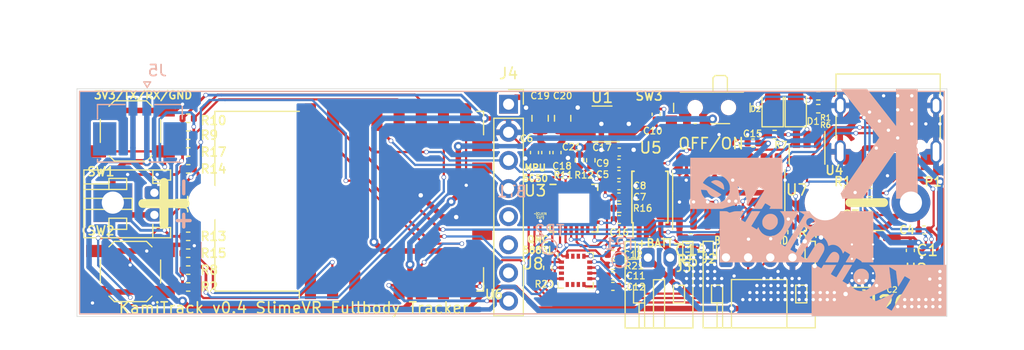
<source format=kicad_pcb>
(kicad_pcb (version 20211014) (generator pcbnew)
  (layers (0 "F.Cu" signal) (31 "B.Cu" signal) (34 "B.Paste" user) (35 "F.Paste" user) (36 "B.SilkS" user "B.Silkscreen") (37 "F.SilkS" user "F.Silkscreen") (38 "B.Mask" user) (39 "F.Mask" user) (44 "Edge.Cuts" user))
  (net 0 "")
  (net 1 "GND")
  (net 2 "Net-(D1-Pad1)")
  (net 3 "Net-(D1-Pad2)")
  (net 4 "Net-(D2-Pad1)")
  (net 5 "Net-(R2-Pad2)")
  (net 8 "Net-(U4-Pad1)")
  (net 9 "Net-(U4-Pad3)")
  (net 11 "Net-(U5-Pad1)")
  (net 12 "Net-(D2-Pad2)")
  (net 13 "Net-(R4-Pad1)")
  (net 14 "Net-(R7-Pad1)")
  (net 15 "INT")
  (net 23 "+3V3")
  (net 24 "Net-(R8-Pad2)")
  (net 25 "unconnected-(U6-Pad9)")
  (net 26 "BATT+")
  (net 27 "Net-(R9-Pad2)")
  (net 28 "Net-(R10-Pad2)")
  (net 29 "Net-(R15-Pad1)")
  (net 30 "Net-(R16-Pad1)")
  (net 31 "Net-(C7-Pad1)")
  (net 32 "Net-(C8-Pad1)")
  (net 33 "UART_ESP+")
  (net 34 "UART_ESP-")
  (net 35 "Net-(R17-Pad2)")
  (net 36 "Net-(C3-Pad1)")
  (net 46 "SDA")
  (net 47 "SCL")
  (net 48 "ADC")
  (net 49 "AUX_SDA")
  (net 50 "AUX_SCL")
  (net 51 "VBUS")
  (net 52 "BATT-")
  (net 53 "Net-(P1-PadA5)")
  (net 54 "Net-(P1-PadA7)")
  (net 56 "Net-(P1-PadA6)")
  (net 63 "Net-(C11-Pad1)")
  (net 64 "Net-(C12-Pad2)")
  (net 65 "Net-(C12-Pad1)")
  (net 66 "Net-(C14-Pad1)")
  (net 71 "VBAT")
  (footprint "LED_SMD:LED_0805_2012Metric" (layer "F.Cu") (at 152.5524 56.9976 90)
    (fp_text reference "D2")
    (fp_text value "LED_STDBY")
  )
  (footprint "Sensor_Motion:InvenSense_QFN-24_4x4mm_P0.5mm" (layer "F.Cu") (at 134.62 66.04)
    (fp_text reference "U3")
    (fp_text value "MPU-6050")
  )
  (footprint "Package_TO_SOT_SMD:SOT-23-6_Handsoldering" (layer "F.Cu") (at 155.6512 61.1632 -90)
    (fp_text reference "U4")
    (fp_text value "DW01")
  )
  (footprint "Package_SO:TSSOP-8_4.4x3mm_P0.65mm" (layer "F.Cu") (at 141.478 65.024 90)
    (fp_text reference "U5")
    (fp_text value "FS8205A")
  )
  (footprint "Button_Switch_SMD:SW_SPDT_PCM12" (layer "F.Cu") (at 147.066 57.277 180)
    (fp_text reference "SW3")
    (fp_text value "SW_SPDT MAIN POWER")
  )
  (footprint "Button_Switch_SMD:SW_SPST_SKQG_WithoutStem" (layer "F.Cu") (at 94.615 59.055 180)
    (fp_text reference "SW1")
    (fp_text value "Option/FLASH Switch")
  )
  (footprint "Button_Switch_SMD:SW_SPST_SKQG_WithoutStem" (layer "F.Cu") (at 94.615 71.755 180)
    (fp_text reference "SW2")
    (fp_text value "Cali Switch")
  )
  (footprint "LED_SMD:LED_0805_2012Metric" (layer "F.Cu") (at 154.6352 56.9976 90)
    (fp_text reference "D1")
    (fp_text value "LED_CHRG")
  )
  (footprint "Capacitor_SMD:C_0402_1005Metric" (layer "F.Cu") (at 131.064 61.0108 -90)
    (fp_text reference "C6")
    (fp_text value "10nF")
  )
  (footprint "Resistor_SMD:R_0402_1005Metric" (layer "F.Cu") (at 156.6672 55.88 180)
    (fp_text reference "R1")
    (fp_text value "470R")
  )
  (footprint "Resistor_SMD:R_0402_1005Metric" (layer "F.Cu") (at 99.824 73.152)
    (fp_text reference "R2")
    (fp_text value "10K")
  )
  (footprint "Resistor_SMD:R_0402_1005Metric" (layer "F.Cu") (at 161.3408 64.6176 180)
    (fp_text reference "R3")
    (fp_text value "100R")
  )
  (footprint "Resistor_SMD:R_0402_1005Metric" (layer "F.Cu") (at 154.305 68.199 90)
    (fp_text reference "R4")
    (fp_text value "2.4K")
  )
  (footprint "Resistor_SMD:R_0402_1005Metric" (layer "F.Cu") (at 156.6652 57.0484 180)
    (fp_text reference "R6")
    (fp_text value "470R")
  )
  (footprint "Resistor_SMD:R_0402_1005Metric" (layer "F.Cu") (at 152.7302 59.3852 180)
    (fp_text reference "R7")
    (fp_text value "1K")
  )
  (footprint "Resistor_SMD:R_0402_1005Metric" (layer "F.Cu") (at 99.822 71.628)
    (fp_text reference "R8")
    (fp_text value "10K")
  )
  (footprint "Resistor_SMD:R_0402_1005Metric" (layer "F.Cu") (at 99.822 59.436)
    (fp_text reference "R9")
    (fp_text value "10K")
  )
  (footprint "Resistor_SMD:R_0402_1005Metric" (layer "F.Cu") (at 99.824 57.912)
    (fp_text reference "R10")
    (fp_text value "10K")
  )
  (footprint "Resistor_SMD:R_0402_1005Metric" (layer "F.Cu") (at 99.822 68.58)
    (fp_text reference "R13")
    (fp_text value "47K")
  )
  (footprint "Resistor_SMD:R_0402_1005Metric" (layer "F.Cu") (at 99.822 62.484)
    (fp_text reference "R14")
    (fp_text value "12K")
  )
  (footprint "Resistor_SMD:R_0402_1005Metric" (layer "F.Cu") (at 99.822 70.104)
    (fp_text reference "R15")
    (fp_text value "10k")
  )
  (footprint "Resistor_SMD:R_0402_1005Metric" (layer "F.Cu") (at 99.822 60.96)
    (fp_text reference "R17")
    (fp_text value "10K")
  )
  (footprint "Capacitor_SMD:C_0402_1005Metric" (layer "F.Cu") (at 164.973 69.85 -90)
    (fp_text reference "C1")
    (fp_text value "10uF")
  )
  (footprint "Capacitor_SMD:C_0402_1005Metric" (layer "F.Cu") (at 160.782 73.787 180)
    (fp_text reference "C2")
    (fp_text value "10uF")
  )
  (footprint "Capacitor_SMD:C_0402_1005Metric" (layer "F.Cu") (at 161.3408 66.6496)
    (fp_text reference "C3")
    (fp_text value "0.1uF")
  )
  (footprint "Capacitor_SMD:C_0402_1005Metric" (layer "F.Cu") (at 166.2 68 180)
    (fp_text reference "C4")
    (fp_text value "10uF")
  )
  (footprint "Package_SO:SOIC-16_3.9x9.9mm_P1.27mm" (layer "F.Cu") (at 148.59 64.516 90)
    (fp_text reference "U7")
    (fp_text value "CH340C")
  )
  (footprint "Connector_JST:JST_PH_S4B-PH-K_1x04_P2.00mm_Horizontal" (layer "F.Cu") (at 148.336 70.485)
    (fp_text reference "J2")
    (fp_text value "Conn_01x04_Female")
  )
  (footprint "Connector_JST:JST_PH_S2B-PH-K_1x02_P2.00mm_Horizontal" (layer "F.Cu") (at 141.3 70.5)
    (fp_text reference "J3")
    (fp_text value "Conn_01x02_Female")
  )
  (footprint "Connector_USB:USB_C_Receptacle_HRO_TYPE-C-31-M-12" (layer "F.Cu") (at 162.9664 57.8104 180)
    (fp_text reference "P1")
    (fp_text value "USB_C_Plug_USB2.0")
  )
  (footprint "Resistor_SMD:R_0402_1005Metric" (layer "F.Cu") (at 161.3408 63.6016 180)
    (fp_text reference "R19")
    (fp_text value "5.1K")
  )
  (footprint "Capacitor_SMD:C_0402_1005Metric" (layer "F.Cu") (at 142.0368 57.5564 -90)
    (fp_text reference "C10")
    (fp_text value "10uF")
  )
  (footprint "Package_LGA:LGA-16_3x3mm_P0.5mm" (layer "F.Cu") (at 134.7717 71.6541)
    (fp_text reference "U8")
    (fp_text value "QMC5883L")
  )
  (footprint "Resistor_SMD:R_0402_1005Metric" (layer "F.Cu") (at 132.2705 71.4248 90)
    (fp_text reference "R20")
    (fp_text value "2.2K")
  )
  (footprint "Resistor_SMD:R_0402_1005Metric" (layer "F.Cu") (at 138.1379 71.1835 180)
    (fp_text reference "R21")
    (fp_text value "2.2K")
  )
  (footprint "Capacitor_SMD:C_0402_1005Metric" (layer "F.Cu") (at 138.1379 72.1487)
    (fp_text reference "C11")
    (fp_text value "4.7uF")
  )
  (footprint "Capacitor_SMD:C_0402_1005Metric" (layer "F.Cu") (at 138.1379 73.1012 180)
    (fp_text reference "C12")
    (fp_text value "0.22uF")
  )
  (footprint "Capacitor_SMD:C_0402_1005Metric" (layer "F.Cu") (at 138.1506 70.2183 180)
    (fp_text reference "C12")
    (fp_text value "0.1uF")
  )
  (footprint "Capacitor_SMD:C_0402_1005Metric" (layer "F.Cu") (at 138.7094 67.056 180)
    (fp_text reference "C16")
    (fp_text value "0.1uF")
  )
  (footprint "Capacitor_SMD:C_0402_1005Metric" (layer "F.Cu") (at 166.2176 73.3552)
    (fp_text reference "C13")
    (fp_text value "10uF")
  )
  (footprint "Capacitor_SMD:C_0402_1005Metric" (layer "F.Cu") (at 145.161 68.707 180)
    (fp_text reference "C14")
    (fp_text value "0.1uF")
  )
  (footprint "Capacitor_SMD:C_0402_1005Metric" (layer "F.Cu") (at 150.7744 60.1472)
    (fp_text reference "C15")
    (fp_text value "0.1uF")
  )
  (footprint "Package_TO_SOT_SMD:SOT-23-5" (layer "F.Cu") (at 137.16 58.42 180)
    (fp_text reference "U1")
    (fp_text value "ME6211C")
  )
  (footprint "Capacitor_SMD:C_0805_2012Metric" (layer "F.Cu") (at 131.572 57.912 90)
    (fp_text reference "C19")
    (fp_text value "47uF")
  )
  (footprint "Capacitor_SMD:C_0805_2012Metric" (layer "F.Cu") (at 133.604 57.912 90)
    (fp_text reference "C20")
    (fp_text value "47uF")
  )
  (footprint "Capacitor_SMD:C_0402_1005Metric" (layer "F.Cu") (at 138.684 64.008)
    (fp_text reference "C8")
    (fp_text value "2.2nF")
  )
  (footprint "Capacitor_SMD:C_0402_1005Metric" (layer "F.Cu") (at 138.684 65.024)
    (fp_text reference "C7")
    (fp_text value "0.1uF")
  )
  (footprint "Capacitor_SMD:C_0402_1005Metric" (layer "F.Cu") (at 138.684 61.976)
    (fp_text reference "C9")
    (fp_text value "10uF")
  )
  (footprint "Capacitor_SMD:C_0402_1005Metric" (layer "F.Cu") (at 138.712 60.96)
    (fp_text reference "C17")
    (fp_text value "10uF")
  )
  (footprint "Capacitor_SMD:C_0402_1005Metric" (layer "F.Cu") (at 138.684 62.992)
    (fp_text reference "C5")
    (fp_text value "10uF")
  )
  (footprint "Resistor_SMD:R_0402_1005Metric" (layer "F.Cu") (at 138.7094 66.04)
    (fp_text reference "R16")
    (fp_text value "10k")
  )
  (footprint "Resistor_SMD:R_0402_1005Metric" (layer "F.Cu") (at 136.144 61.7093 -90)
    (fp_text reference "R12")
    (fp_text value "2.2K")
  )
  (footprint "Capacitor_SMD:C_0402_1005Metric" (layer "F.Cu") (at 133.096 61.0108 -90)
    (fp_text reference "C21")
    (fp_text value "0.1uF")
  )
  (footprint "Capacitor_SMD:C_0402_1005Metric" (layer "F.Cu") (at 132.08 61.0108 -90)
    (fp_text reference "C18")
    (fp_text value "10uF")
  )
  (footprint "Package_SO:HSOP-8-1EP_3.9x4.9mm_P1.27mm_EP2.41x3.1mm_ThermalVias" (layer "F.Cu") (at 160.655 70.612)
    (fp_text reference "U2")
    (fp_text value "TP4056")
  )
  (footprint "Resistor_SMD:R_0402_1005Metric" (layer "F.Cu") (at 144.8689 69.6214 180)
    (fp_text reference "R5")
    (fp_text value "10K")
  )
  (footprint "Connector_PinSocket_2.54mm:PinSocket_1x08_P2.54mm_Vertical" (layer "F.Cu") (at 128.7272 56.642)
    (fp_text reference "J4")
    (fp_text value "Conn_01x08_Female")
  )
  (footprint "RF_Module:ESP-12E" (layer "F.Cu") (at 114.3508 65.405 90)
    (fp_text reference "U6")
    (fp_text value "ESP-12F")
  )
  (footprint "Resistor_SMD:R_0402_1005Metric" (layer "F.Cu") (at 135.128 61.7093 -90)
    (fp_text reference "R11")
    (fp_text value "2.2K")
  )
  (footprint "Connector_JST:JST_PH_S2B-PH-K_1x02_P2.00mm_Horizontal" (layer "F.Cu") (at 96.774 64.643 -90)
    (fp_text reference "J1")
    (fp_text value "Conn_01x02_Female")
  )
  (footprint "kami:kamilake_1100dpi" (layer "B.Cu") (at 156.6672 65.1764 180)
    (fp_text reference "G***" hide)
    (fp_text value "LOGO" hide)
  )
  (footprint "Battery:BatteryHolder_MPD_BH-18650-PC2" (layer "B.Cu") (at 93.02496 65.532)
    (fp_text reference "BT1")
    (fp_text value "Battery_Cell")
  )
  (footprint "kami:MOLEX_532610271" (layer "B.Cu") (at 95.4659 59.2709 180)
    (fp_text reference "J5")
    (fp_text value "Conn_01x02_Female")
  )
  (footprint "TestPoint:TestPoint_Pad_D1.0mm" (layer "B.Cu") (at 138.7602 70.7136 180)
    (fp_text reference "TP1")
    (fp_text value "TestPoint")
  )
  (footprint "TestPoint:TestPoint_Pad_D1.0mm" (layer "B.Cu") (at 132.4102 69.5198 180)
    (fp_text reference "TP2")
    (fp_text value "TestPoint")
  )
  (gr_line (start 89.789 55.245) (end 168.275 55.245) (layer "Edge.Cuts") (width 0.05))
  (gr_line (start 89.789 75.819) (end 89.789 55.245) (layer "Edge.Cuts") (width 0.05))
  (gr_line (start 168.275 75.819) (end 89.789 75.819) (layer "Edge.Cuts") (width 0.05))
  (gr_line (start 168.275 55.245) (end 168.275 75.819) (layer "Edge.Cuts") (width 0.05))
  (gr_text "+ -" (at 99.314 65.659 90) (layer "B.SilkS") (effects (font (size 1.5 1.5) (thickness 0.3))))
  (gr_text "KamiTrack v0.4 SlimeVR Fullbody Tracker" (at 109.347 75.04) (layer "F.SilkS") (effects (font (size 1 1))))
  (gr_text "B+.SDA.SCL.GND" (at 150.622 68.961) (layer "F.SilkS") (effects (font (size 0.7 0.54) (thickness 0.125))))
  (gr_text "QMC\n5883L" (at 131.3815 69.342) (layer "F.SilkS") (effects (font (size 0.6 0.6) (thickness 0.14))))
  (gr_text "+BATT-" (at 142.367 69.1896) (layer "F.SilkS") (effects (font (size 0.7 0.7))))
  (gr_text "~{CLKIN\nCUT}" (at 131.6 66.7) (layer "F.SilkS") (effects (font (size 0.2 0.2) (thickness 0.05))))
  (gr_text "EXT_I2C" (at 160.5915 74.7395) (layer "F.SilkS") (effects (font (size 1.5 1.5) (thickness 0.25))))
  (gr_text "-" (at 161.039 65.245) (layer "F.SilkS") (effects (font (size 4 4) (thickness 0.8))))
  (gr_text "OFF/ON" (at 147 60.2) (layer "F.SilkS") (effects (font (size 1 1))))
  (gr_text "+" (at 97.6376 65.245) (layer "F.SilkS") (effects (font (size 5 5) (thickness 0.8))))
  (gr_text "MPU\n6050" (at 131.1275 62.865) (layer "F.SilkS") (effects (font (size 0.6 0.6) (thickness 0.14))))
  (gr_text "3V3/TX/RX/GND" (at 95.758 55.8292) (layer "F.SilkS") (effects (font (size 0.7 0.7))))
  (segment (start 159.131 73.787) (end 159.131 73.787) (width 0.5) (layer "F.Cu") (net 1))
  (segment (start 144.145 65.4812) (end 144.145 65.4812) (width 0.2) (layer "F.Cu") (net 1))
  (segment (start 156.337 71.247) (end 156.337 71.247) (width 0.5) (layer "F.Cu") (net 1))
  (segment (start 167.2864 58.7228) (end 167.2864 56.7604) (width 0.2) (layer "F.Cu") (net 1))
  (segment (start 139.164 63.02) (end 139.164 65.96528) (width 0.4) (layer "F.Cu") (net 1))
  (segment (start 134.081853 61.498147) (end 134.081853 61.498147) (width 0.5) (layer "F.Cu") (net 1))
  (segment (start 136.7536 72.4027) (end 136.0481 72.4027) (width 0.2) (layer "F.Cu") (net 1))
  (segment (start 139.164 64.008) (end 139.164 66.01) (width 0.2) (layer "F.Cu") (net 1))
  (segment (start 158.005 68.707) (end 156.939522 68.707) (width 0.5) (layer "F.Cu") (net 1))
  (segment (start 131.6 69.4791) (end 131.6 70.3098) (width 0.2) (layer "F.Cu") (net 1))
  (segment (start 159.385 73.025) (end 159.54 73.025) (width 0.5) (layer "F.Cu") (net 1))
  (segment (start 94.5896 69.96) (end 94.5346 69.905) (width 0.2) (layer "F.Cu") (net 1))
  (segment (start 140.5255 73.722962) (end 140.493481 73.754981) (width 0.2) (layer "F.Cu") (net 1))
  (segment (start 141.549 60.762) (end 140.01 60.762) (width 0.5) (layer "F.Cu") (net 1))
  (segment (start 96.084 69.905) (end 97.715 69.905) (width 0.5) (layer "F.Cu") (net 1))
  (segment (start 160.302 73.787) (end 160.302 73.378) (width 0.5) (layer "F.Cu") (net 1))
  (segment (start 141.7245 60.762) (end 141.803 60.8405) (width 0.25) (layer "F.Cu") (net 1))
  (segment (start 132.179298 64.79) (end 131.6 65.369298) (width 0.25) (layer "F.Cu") (net 1))
  (segment (start 131.8159 70.3098) (end 131.826 70.3199) (width 0.2) (layer "F.Cu") (net 1))
  (segment (start 159.385 72.263) (end 161.544 72.263) (width 0.5) (layer "F.Cu") (net 1))
  (segment (start 139.164 65.96528) (end 139.20941 66.01069) (width 0.4) (layer "F.Cu") (net 1))
  (segment (start 160.302 74.394) (end 160.302 73.787) (width 0.5) (layer "F.Cu") (net 1))
  (segment (start 160.8308 63.0916) (end 160.619601 62.880401) (width 0.2) (layer "F.Cu") (net 1))
  (segment (start 141.605 60.8965) (end 141.6685 60.8965) (width 0.25) (layer "F.Cu") (net 1))
  (segment (start 160.619601 62.880401) (end 159.976399 62.880401) (width 0.2) (layer "F.Cu") (net 1))
  (segment (start 161.47581 62.95659) (end 162.76499 62.95659) (width 0.25) (layer "F.Cu") (net 1))
  (segment (start 138.6179 72.1487) (end 139.4714 72.1487) (width 0.2) (layer "F.Cu") (net 1))
  (segment (start 96.470001 74.819999) (end 91.409999 74.819999) (width 0.25) (layer "F.Cu") (net 1))
  (segment (start 100.332 69.468) (end 100.375 69.425) (width 0.4) (layer "F.Cu") (net 1))
  (segment (start 136.57 64.79) (end 136.57 64.54) (width 0.2) (layer "F.Cu") (net 1))
  (segment (start 139.164 65.504) (end 139.82499 65.504) (width 0.5) (layer "F.Cu") (net 1))
  (segment (start 159.976399 62.880401) (end 159.7164 62.620402) (width 0.2) (layer "F.Cu") (net 1))
  (segment (start 140.493481 73.754981) (end 147.8915 73.754981) (width 0.2) (layer "F.Cu") (net 1))
  (segment (start 124.893301 57.847501) (end 124.8508 57.805) (width 0.2) (layer "F.Cu") (net 1))
  (segment (start 144.399 68.707) (end 144.145 68.453) (width 0.5) (layer "F.Cu") (net 1))
  (segment (start 144.145 66.991) (end 144.145 65.4812) (width 0.2) (layer "F.Cu") (net 1))
  (segment (start 98.278 69.342) (end 97.715 69.905) (width 0.4) (layer "F.Cu") (net 1))
  (segment (start 91.515 69.905) (end 94.5346 69.905) (width 0.5) (layer "F.Cu") (net 1))
  (segment (start 144.145 68.453) (end 144.145 66.991) (width 0.5) (layer "F.Cu") (net 1))
  (segment (start 141.153 62.074) (end 141.153 61.3485) (width 0.25) (layer "F.Cu") (net 1))
  (segment (start 141.153 61.3485) (end 141.605 60.8965) (width 0.25) (layer "F.Cu") (net 1))
  (segment (start 141.803 62.074) (end 141.803 60.8405) (width 0.25) (layer "F.Cu") (net 1))
  (segment (start 139.164 62.99401) (end 140.17799 64.008) (width 0.5) (layer "F.Cu") (net 1))
  (segment (start 147.8915 73.754981) (end 147.934623 73.754981) (width 0.2) (layer "F.Cu") (net 1))
  (segment (start 124.0028 66.8401) (end 124.893301 65.949599) (width 0.2) (layer "F.Cu") (net 1))
  (segment (start 160.302 73.378) (end 160.655 73.025) (width 0.5) (layer "F.Cu") (net 1))
  (segment (start 124.893301 65.949599) (end 124.893301 57.847501) (width 0.2) (layer "F.Cu") (net 1))
  (segment (start 133.604 56.962) (end 131.572 56.962) (width 0.5) (layer "F.Cu") (net 1))
  (segment (start 161.6075 72.1995) (end 161.417 72.009) (width 0.5) (layer "F.Cu") (net 1))
  (segment (start 138.473226 69.185536) (end 138.791921 68.866841) (width 0.2) (layer "F.Cu") (net 1))
  (segment (start 154.305 67.356696) (end 153.964152 67.015848) (width 0.25) (layer "F.Cu") (net 1))
  (segment (start 141.351 60.8965) (end 141.2875 60.96) (width 0.25) (layer "F.Cu") (net 1))
  (segment (start 159.7025 72.5805) (end 159.385 72.263) (width 0.5) (layer "F.Cu") (net 1))
  (segment (start 161.925 73.025) (end 161.925 69.05) (width 0.5) (layer "F.Cu") (net 1))
  (segment (start 160.02 73.025) (end 159.893 73.025) (width 0.5) (layer "F.Cu") (net 1))
  (segment (start 139.164 65.504) (end 139.164 65.89457) (width 0.5) (layer "F.Cu") (net 1))
  (segment (start 139.164 60.96) (end 139.164 65.504) (width 0.5) (layer "F.Cu") (net 1))
  (segment (start 138.26 58.42) (end 137.0965 58.42) (width 0.5) (layer "F.Cu") (net 1))
  (segment (start 139.164 66.01) (end 139.194 66.04) (width 0.2) (layer "F.Cu") (net 1))
  (segment (start 131.6 70.3098) (end 131.6 72.848704) (width 0.2) (layer "F.Cu") (net 1))
  (segment (start 137.0965 58.42) (end 137.0965 60.7695) (width 0.5) (layer "F.Cu") (net 1))
  (segment (start 136.0467 71.4041) (end 136.7489 71.4041) (width 0.2) (layer "F.Cu") (net 1))
  (segment (start 136.57 64.09) (end 136.652 64.008) (width 0.2) (layer "F.Cu") (net 1))
  (segment (start 131.6 65.369298) (end 131.6 67.2) (width 0.25) (layer "F.Cu") (net 1))
  (segment (start 141.803 61.8796) (end 141.8336 61.849) (width 0.25) (layer "F.Cu") (net 1))
  (segment (start 99.710885 69.342) (end 98.278 69.342) (width 0.4) (layer "F.Cu") (net 1))
  (segment (start 136.7536 73.697562) (end 136.696181 73.754981) (width 0.2) (layer "F.Cu") (net 1))
  (segment (start 159.385 72.009) (end 159.385 68.707) (width 0.5) (layer "F.Cu") (net 1))
  (segment (start 159.893 73.025) (end 159.131 73.787) (width 0.5) (layer "F.Cu") (net 1))
  (segment (start 159.639 73.787) (end 160.02 74.168) (width 0.5) (layer "F.Cu") (net 1))
  (segment (start 126.2278 59.182) (end 124.8508 57.805) (width 0.5) (layer "F.Cu") (net 1))
  (segment (start 159.782999 74.405001) (end 159.004 74.405001) (width 0.5) (layer "F.Cu") (net 1))
  (segment (start 140.5255 73.0377) (end 140.5255 73.722962) (width 0.2) (layer "F.Cu") (net 1))
  (segment (start 161.925 69.05) (end 159.675 69.05) (width 0.5) (layer "F.Cu") (net 1))
  (segment (start 130.3045 56.962) (end 130.302 56.9595) (width 0.5) (layer "F.Cu") (net 1))
  (segment (start 141.803 62.074) (end 141.803 61.6025) (width 0.25) (layer "F.Cu") (net 1))
  (segment (start 134.948256 56.962) (end 134.9638 56.946456) (width 0.5) (layer "F.Cu") (net 1))
  (segment (start 158.6464 60.9404) (end 158.8014 60.9404) (width 0.5) (layer "F.Cu") (net 1))
  (segment (start 159.385 73.025) (end 159.385 72.263) (width 0.5) (layer "F.Cu") (net 1))
  (segment (start 134.074506 61.4908) (end 134.081853 61.498147) (width 0.5) (layer "F.Cu") (net 1))
  (segment (start 136.0481 72.4027) (end 136.0467 72.4041) (width 0.2) (layer "F.Cu") (net 1))
  (segment (start 97.715 69.905) (end 97.989 69.905) (width 0.5) (layer "F.Cu") (net 1))
  (segment (start 131.6 70.3098) (end 131.8159 70.3098) (width 0.2) (layer "F.Cu") (net 1))
  (segment (start 167.1314 60.9404) (end 166.2164 61.8554) (width 0.5) (layer "F.Cu") (net 1))
  (segment (start 137.6706 70.2183) (end 137.6706 70.083617) (width 0.2) (layer "F.Cu") (net 1))
  (segment (start 161.6075 72.5805) (end 159.7025 72.5805) (width 0.5) (layer "F.Cu") (net 1))
  (segment (start 144.145 66.991) (end 144.145 66.9925) (width 0.2) (layer "F.Cu") (net 1))
  (segment (start 159.385 68.707) (end 161.925 68.707) (width 0.5) (layer "F.Cu") (net 1))
  (segment (start 132.67 64.79) (end 132.179298 64.79) (width 0.25) (layer "F.Cu") (net 1))
  (segment (start 141.153 62.074) (end 141.153 61.6025) (width 0.25) (layer "F.Cu") (net 1))
  (segment (start 133.000481 73.754981) (end 136.696181 73.754981) (width 0.2) (layer "F.Cu") (net 1))
  (segment (start 139.194 68.7584) (end 139.194 66.04) (width 0.2) (layer "F.Cu") (net 1))
  (segment (start 140.01 60.762) (end 139.982 60.762) (width 0.4) (layer "F.Cu") (net 1))
  (segment (start 160.290999 74.405001) (end 160.302 74.394) (width 0.5) (layer "F.Cu") (net 1))
  (segment (start 142.0368 58.0364) (end 142.0368 58.5724) (width 0.25) (layer "F.Cu") (net 1))
  (segment (start 122.7709 66.8401) (end 120.8024 64.8716) (width 0.5) (layer "F.Cu") (net 1))
  (segment (start 159.7164 62.620402) (end 159.7164 61.8554) (width 0.2) (layer "F.Cu") (net 1))
  (segment (start 130.237699 61.4908) (end 130.1496 61.402701) (width 0.5) (layer "F.Cu") (net 1))
  (segment (start 160.8308 63.6016) (end 161.47581 62.95659) (width 0.25) (layer "F.Cu") (net 1))
  (segment (start 159.675 69.05) (end 159.675 69.287) (width 0.5) (layer "F.Cu") (net 1))
  (segment (start 141.153 60.762) (end 141.549 60.762) (width 0.25) (layer "F.Cu") (net 1))
  (segment (start 159.54 73.025) (end 160.302 73.787) (width 0.5) (layer "F.Cu") (net 1))
  (segment (start 141.57325 61.37275) (end 141.38275 61.37275) (width 0.25) (layer "F.Cu") (net 1))
  (segment (start 162.76499 62.95659) (end 162.91 63.1016) (width 0.25) (layer "F.Cu") (net 1))
  (segment (start 132.506277 73.754981) (end 133.000481 73.754981) (width 0.2) (layer "F.Cu") (net 1))
  (segment (start 141.803 61.6025) (end 141.57325 61.37275) (width 0.25) (layer "F.Cu") (net 1))
  (segment (start 136.696181 73.754981) (end 140.493481 73.754981) (width 0.2) (layer "F.Cu") (net 1))
  (segment (start 128.7272 59.182) (end 126.2278 59.182) (width 0.5) (layer "F.Cu") (net 1))
  (segment (start 97.715 57.205) (end 98.751 57.205) (width 0.25) (layer "F.Cu") (net 1))
  (segment (start 138.791921 68.866841) (end 139.192 68.866841) (width 0.2) (layer "F.Cu") (net 1))
  (segment (start 99.312 62.484) (end 98.804 62.992) (width 0.25) (layer "F.Cu") (net 1))
  (segment (start 139.194 68.7584) (end 139.194 68.864841) (width 0.2) (layer "F.Cu") (net 1))
  (segment (start 96.67 74.62) (end 96.470001 74.819999) (width 0.25) (layer "F.Cu") (net 1))
  (segment (start 133.604 56.962) (end 134.948256 56.962) (width 0.5) (layer "F.Cu") (net 1))
  (segment (start 130.224382 60.679182) (end 128.7272 59.182) (width 0.2) (layer "F.Cu") (net 1))
  (segment (start 138.473226 69.286074) (end 138.473226 69.185536) (width 0.2) (layer "F.Cu") (net 1))
  (segment (start 131.064 61.4908) (end 134.074506 61.4908) (width 0.5) (layer "F.Cu") (net 1))
  (segment (start 148.938599 63.492999) (end 144.761601 63.492999) (width 0.2) (layer "F.Cu") (net 1))
  (segment (start 149.528204 72.1614) (end 149.0726 72.1614) (width 0.2) (layer "F.Cu") (net 1))
  (segment (start 139.812 60.96) (end 140.01 60.762) (width 0.5) (layer "F.Cu") (net 1))
  (segment (start 141.549 60.762) (end 141.7245 60.762) (width 0.25) (layer "F.Cu") (net 1))
  (segment (start 160.8308 63.6016) (end 160.8308 63.0916) (width 0.2) (layer "F.Cu") (net 1))
  (segment (start 166.6976 72.4688) (end 166.7256 72.4408) (width 0.5) (layer "F.Cu") (net 1))
  (segment (start 159.131 73.279) (end 159.385 73.025) (width 0.25) (layer "F.Cu") (net 1))
  (segment (start 136.57 64.79) (end 136.57 64.09) (width 0.2) (layer "F.Cu") (net 1))
  (segment (start 142.0368 58.5724) (end 142.2908 58.8264) (width 0.25) (layer "F.Cu") (net 1))
  (segment (start 141.153 61.6025) (end 141.38275 61.37275) (width 0.25) (layer "F.Cu") (net 1))
  (segment (start 141.2875 60.96) (end 141.153 60.8255) (width 0.25) (layer "F.Cu") (net 1))
  (segment (start 156.939522 68.707) (end 156.91 68.677478) (width 0.5) (layer "F.Cu") (net 1))
  (segment (start 97.028 62.992) (end 94.361 62.992) (width 0.25) (layer "F.Cu") (net 1))
  (segment (start 166.6976 73.3552) (end 166.6976 72.4688) (width 0.5) (layer "F.Cu") (net 1))
  (segment (start 100.332 69.963115) (end 99.710885 69.342) (width 0.4) (layer "F.Cu") (net 1))
  (segment (start 94.5896 71.1708) (end 94.5896 69.96) (width 0.2) (layer "F.Cu") (net 1))
  (segment (start 100.332 70.104) (end 100.332 69.963115) (width 0.4) (layer "F.Cu") (net 1))
  (segment (start 91.515 57.205) (end 97.715 57.205) (width 0.5) (layer "F.Cu") (net 1))
  (segment (start 141.38275 61.37275) (end 141.6685 61.087) (width 0.25) (layer "F.Cu") (net 1))
  (segment (start 98.804 62.992) (end 97.028 62.992) (width 0.25) (layer "F.Cu") (net 1))
  (segment (start 159.782999 74.405001) (end 160.290999 74.405001) (width 0.5) (layer "F.Cu") (net 1))
  (segment (start 159.385 72.263) (end 159.385 72.009) (width 0.5) (layer "F.Cu") (net 1))
  (segment (start 131.064 61.4908) (end 130.237699 61.4908) (width 0.5) (layer "F.Cu") (net 1))
  (segment (start 130.224382 61.545996) (end 130.224382 60.679182) (width 0.2) (layer "F.Cu") (net 1))
  (segment (start 124.0028 66.8401) (end 122.7709 66.8401) (width 0.5) (layer "F.Cu") (net 1))
  (segment (start 158.005 71.247) (end 156.337 71.247) (width 0.5) (layer "F.Cu") (net 1))
  (segment (start 131.572 56.962) (end 130.3045 56.962) (width 0.5) (layer "F.Cu") (net 1))
  (segment (start 98.751 57.205) (end 99.314 56.642) (width 0.25) (layer "F.Cu") (net 1))
  (segment (start 133.000481 73.754981) (end 133.000481 73.107281) (width 0.2) (layer "F.Cu") (net 1))
  (segment (start 158.8014 60.9404) (end 159.7164 61.8554) (width 0.5) (layer "F.Cu") (net 1))
  (segment (start 165.834 70.33) (end 165.989 70.485) (width 0.25) (layer "F.Cu") (net 1))
  (segment (start 131.6 72.848704) (end 132.506277 73.754981) (width 0.2) (layer "F.Cu") (net 1))
  (segment (start 141.605 60.8965) (end 141.351 60.8965) (width 0.25) (layer "F.Cu") (net 1))
  (segment (start 141.605 61.2775) (end 141.2875 60.96) (width 0.25) (layer "F.Cu") (net 1))
  (segment (start 161.925 68.707) (end 161.925 69.05) (width 0.5) (layer "F.Cu") (net 1))
  (segment (start 161.6075 72.5805) (end 161.6075 72.1995) (width 0.5) (layer "F.Cu") (net 1))
  (segment (start 100.332 70.104) (end 100.332 69.468) (width 0.4) (layer "F.Cu") (net 1))
  (segment (start 131.6 67.2) (end 131.6 69.4791) (width 0.2) (layer "F.Cu") (net 1))
  (segment (start 147.934623 73.754981) (end 149.878252 71.811352) (width 0.2) (layer "F.Cu") (net 1))
  (segment (start 138.26 58.42) (end 139.573 58.42) (width 0.5) (layer "F.Cu") (net 1))
  (segment (start 141.153 60.762) (end 141.153 62.074) (width 0.25) (layer "F.Cu") (net 1))
  (segment (start 139.164 62.992) (end 139.2555 62.992) (width 0.5) (layer "F.Cu") (net 1))
  (segment (start 153.67 63.5) (end 148.9456 63.5) (width 0.2) (layer "F.Cu") (net 1))
  (segment (start 167.2864 60.9404) (end 167.1314 60.9404) (width 0.5) (layer "F.Cu") (net 1))
  (segment (start 161.417 72.009) (end 159.385 72.009) (width 0.5) (layer "F.Cu") (net 1))
  (segment (start 133.000481 73.107281) (end 132.9944 73.1012) (width 0.2) (layer "F.Cu") (net 1))
  (segment (start 139.164 65.89457) (end 139.25941 65.98998) (width 0.5) (layer "F.Cu") (net 1))
  (segment (start 139.20941 66.01069) (end 139.20941 66.8909) (width 0.4) (layer "F.Cu") (net 1))
  (segment (start 139.164 61.976) (end 139.164 61.4325) (width 0.4) (layer "F.Cu") (net 1))
  (segment (start 154.305 67.689) (end 154.305 67.356696) (width 0.25) (layer "F.Cu") (net 1))
  (segment (start 159.675 69.287) (end 159.7 69.312) (width 0.5) (layer "F.Cu") (net 1))
  (segment (start 91.409999 74.819999) (end 91.19 74.6) (width 0.25) (layer "F.Cu") (net 1))
  (segment (start 139.25941 65.98998) (end 139.25941 66.8909) (width 0.5) (layer "F.Cu") (net 1))
  (segment (start 161.544 72.263) (end 161.6075 72.1995) (width 0.5) (layer "F.Cu") (net 1))
  (segment (start 159.131 73.787) (end 159.639 73.787) (width 0.5) (layer "F.Cu") (net 1))
  (segment (start 94.5346 69.905) (end 96.084 69.905) (width 0.5) (layer "F.Cu") (net 1))
  (segment (start 159.131 73.787) (end 159.131 73.279) (width 0.25) (layer "F.Cu") (net 1))
  (segment (start 159.749001 74.405001) (end 159.782999 74.405001) (width 0.5) (layer "F.Cu") (net 1))
  (segment (start 138.336017 69.4182) (end 138.3411 69.4182) (width 0.2) (layer "F.Cu") (net 1))
  (segment (start 139.164 60.96) (end 139.812 60.96) (width 0.5) (layer "F.Cu") (net 1))
  (segment (start 144.761601 63.492999) (end 144.7546 63.5) (width 0.2) (layer "F.Cu") (net 1))
  (segment (start 161.29 73.025) (end 159.54 73.025) (width 0.5) (layer "F.Cu") (net 1))
  (segment (start 159.131 73.787) (end 159.749001 74.405001) (width 0.5) (layer "F.Cu") (net 1))
  (segment (start 139.82499 65.504) (end 140.17799 65.151) (width 0.5) (layer "F.Cu") (net 1))
  (segment (start 150.2944 59.3878) (end 150.2918 59.3852) (width 0.2) (layer "F.Cu") (net 1))
  (segment (start 136.7536 73.6012) (end 136.7536 73.697562) (width 0.2) (layer "F.Cu") (net 1))
  (segment (start 136.7489 71.4041) (end 136.7536 71.3994) (width 0.2) (layer "F.Cu") (net 1))
  (segment (start 138.3411 69.4182) (end 138.473226 69.286074) (width 0.2) (layer "F.Cu") (net 1))
  (segment (start 139.164 62.992) (end 139.164 62.99401) (width 0.5) (layer "F.Cu") (net 1))
  (segment (start 139.194 68.864841) (end 139.192 68.866841) (width 0.2) (layer "F.Cu") (net 1))
  (segment (start 150.2944 60.1472) (end 150.2944 59.3878) (width 0.2) (layer "F.Cu") (net 1))
  (segment (start 152.2202 59.3852) (end 151.4348 59.3852) (width 0.25) (layer "F.Cu") (net 1))
  (segment (start 149.878252 71.811352) (end 149.528204 72.1614) (width 0.2) (layer "F.Cu") (net 1))
  (segment (start 148.9456 63.5) (end 148.938599 63.492999) (width 0.2) (layer "F.Cu") (net 1))
  (segment (start 167.2864 60.9404) (end 167.2864 58.7228) (width 0.2) (layer "F.Cu") (net 1))
  (segment (start 161.925 73.025) (end 159.385 73.025) (width 0.5) (layer "F.Cu") (net 1))
  (segment (start 164.973 70.33) (end 165.834 70.33) (width 0.25) (layer "F.Cu") (net 1))
  (segment (start 137.6706 70.083617) (end 138.336017 69.4182) (width 0.2) (layer "F.Cu") (net 1))
  (via (at 159.7025 72.5805) (size 0.4) (drill 0.3) (layers "F.Cu" "B.Cu") (net 1))
  (via (at 161.925 73.025) (size 0.4) (drill 0.3) (layers "F.Cu" "B.Cu") (net 1))
  (via (at 167.64 74.295) (size 0.4) (drill 0.3) (layers "F.Cu" "B.Cu") (net 1))
  (via (at 155.575 73.025) (size 0.4) (drill 0.3) (layers "F.Cu" "B.Cu") (net 1))
  (via (at 146.05 71.12) (size 0.4) (drill 0.3) (layers "F.Cu" "B.Cu") (net 1))
  (via (at 136.652 64.008) (size 0.4) (drill 0.3) (layers "F.Cu" "B.Cu") (net 1))
  (via (at 146.05 73.025) (size 0.4) (drill 0.3) (layers "F.Cu" "B.Cu") (net 1))
  (via (at 150.495 74.295) (size 0.4) (drill 0.3) (layers "F.Cu" "B.Cu") (net 1))
  (via (at 154.94 72.39) (size 0.4) (drill 0.3) (layers "F.Cu" "B.Cu") (net 1))
  (via (at 145.415 71.755) (size 0.4) (drill 0.3) (layers "F.Cu" "B.Cu") (net 1))
  (via (at 124.9074 63.967) (size 0.4) (drill 0.3) (layers "F.Cu" "B.Cu") (net 1))
  (via (at 152.4 73.66) (size 0.4) (drill 0.3) (layers "F.Cu" "B.Cu") (net 1))
  (via (at 146.685 72.39) (size 0.4) (drill 0.3) (layers "F.Cu" "B.Cu") (net 1))
  (via (at 140.5255 73.0377) (size 0.4) (drill 0.3) (layers "F.Cu" "B.Cu") (net 1))
  (via (at 154.305 73.025) (size 0.4) (drill 0.3) (layers "F.Cu" "B.Cu") (net 1))
  (via (at 145.415 71.12) (size 0.4) (drill 0.3) (layers "F.Cu" "B.Cu") (net 1))
  (via (at 165.1 55.88) (size 0.4) (drill 0.3) (layers "F.Cu" "B.Cu") (net 1))
  (via (at 147.32 70.485) (size 0.4) (drill 0.3) (layers "F.Cu" "B.Cu") (net 1))
  (via (at 140.01 60.762) (size 0.8) (drill 0.4) (layers "F.Cu" "B.Cu") (net 1))
  (via (at 154.305 73.66) (size 0.4) (drill 0.3) (layers "F.Cu" "B.Cu") (net 1))
  (via (at 149.0726 72.1614) (size 0.4) (drill 0.3) (layers "F.Cu" "B.Cu") (net 1))
  (via (at 153.035 71.755) (size 0.4) (drill 0.3) (layers "F.Cu" "B.Cu") (net 1))
  (via (at 146.685 70.485) (size 0.4) (drill 0.3) (layers "F.Cu" "B.Cu") (net 1))
  (via (at 130.302 56.9595) (size 0.8) (drill 0.4) (layers "F.Cu" "B.Cu") (net 1))
  (via (at 152.3746 68.7959) (size 0.4) (drill 0.3) (layers "F.Cu" "B.Cu") (net 1))
  (via (at 99.314 56.642) (size 0.4) (drill 0.3) (layers "F.Cu" "B.Cu") (net 1))
  (via (at 160.3375 72.5805) (size 0.4) (drill 0.3) (layers "F.Cu" "B.Cu") (net 1))
  (via (at 96.67 74.62) (size 0.4) (drill 0.3) (layers "F.Cu" "B.Cu") (net 1))
  (via (at 147.32 69.85) (size 0.4) (drill 0.3) (layers "F.Cu" "B.Cu") (net 1))
  (via (at 165.735 74.295) (size 0.4) (drill 0.3) (layers "F.Cu" "B.Cu") (net 1))
  (via (at 167.64 71.755) (size 0.4) (drill 0.3) (layers "F.Cu" "B.Cu") (net 1))
  (via (at 146.05 72.39) (size 0.4) (drill 0.3) (layers "F.Cu" "B.Cu") (net 1))
  (via (at 158.115 74.295) (size 0.4) (drill 0.3) (layers "F.Cu" "B.Cu") (net 1))
  (via (at 166.7256 72.4408) (size 0.4) (drill 0.3) (layers "F.Cu" "B.Cu") (net 1))
  (via (at 136.7536 72.4027) (size 0.4) (drill 0.3) (layers "F.Cu" "B.Cu") (net 1))
  (via (at 164.465 74.93) (size 0.4) (drill 0.3) (layers "F.Cu" "B.Cu") (net 1))
  (via (at 146.685 69.85) (size 0.4) (drill 0.3) (layers "F.Cu" "B.Cu") (net 1))
  (via (at 155.575 73.66) (size 0.4) (drill 0.3) (layers "F.Cu" "B.Cu") (net 1))
  (via (at 147.32 72.39) (size 0.4) (drill 0.3) (layers "F.Cu" "B.Cu") (net 1))
  (via (at 157.48 74.295) (size 0.4) (drill 0.3) (layers "F.Cu" "B.Cu") (net 1))
  (via (at 147.955 72.39) (size 0.4) (drill 0.3) (layers "F.Cu" "B.Cu") (net 1))
  (via (at 139.4714 72.1487) (size 0.4) (drill 0.3) (layers "F.Cu" "B.Cu") (net 1))
  (via (at 165.1 58.42) (size 0.4) (drill 0.3) (layers "F.Cu" "B.Cu") (net 1))
  (via (at 146.685 71.755) (size 0.4) (drill 0.3) (layers "F.Cu" "B.Cu") (net 1))
  (via (at 153.67 73.66) (size 0.4) (drill 0.3) (layers "F.Cu" "B.Cu") (net 1))
  (via (at 100.375 69.425) (size 0.4) (drill 0.3) (layers "F.Cu" "B.Cu") (net 1))
  (via (at 148.9456 63.5) (size 0.4) (drill 0.3) (layers "F.Cu" "B.Cu") (net 1))
  (via (at 161.29 73.025) (size 0.4) (drill 0.3) (layers "F.Cu" "B.Cu") (net 1))
  (via (at 154.305 72.39) (size 0.4) (drill 0.3) (layers "F.Cu" "B.Cu") (net 1))
  (via (at 144.7546 63.5) (size 0.4) (drill 0.3) (layers "F.Cu" "B.Cu") (net 1))
  (via (at 153.035 72.39) (size 0.4) (drill 0.3) (layers "F.Cu" "B.Cu") (net 1))
  (via (at 158.115 73.66) (size 0.4) (drill 0.3) (layers "F.Cu" "B.Cu") (net 1))
  (via (at 144.145 65.4812) (size 0.4) (drill 0.3) (layers "F.Cu" "B.Cu") (net 1))
  (via (at 165.1 74.93) (size 0.4) (drill 0.3) (layers "F.Cu" "B.Cu") (net 1))
  (via (at 166.37 58.42) (size 0.4) (drill 0.3) (layers "F.Cu" "B.Cu") (net 1))
  (via (at 162.179 58.166) (size 0.4) (drill 0.3) (layers "F.Cu" "B.Cu") (net 1))
  (via (at 152.4 72.39) (size 0.4) (drill 0.3) (layers "F.Cu" "B.Cu") (net 1))
  (via (at 144.78 70.485) (size 0.4) (drill 0.3) (layers "F.Cu" "B.Cu") (net 1))
  (via (at 146.685 71.12) (size 0.4) (drill 0.3) (layers "F.Cu" "B.Cu") (net 1))
  (via (at 167.64 73.66) (size 0.4) (drill 0.3) (layers "F.Cu" "B.Cu") (net 1))
  (via (at 161.6075 72.5805) (size 0.4) (drill 0.3) (layers "F.Cu" "B.Cu") (net 1))
  (via (at 132.9944 73.1012) (size 0.4) (drill 0.3) (layers "F.Cu" "B.Cu") (net 1))
  (via (at 153.035 73.66) (size 0.4) (drill 0.3) (layers "F.Cu" "B.Cu") (net 1))
  (via (at 165.1 57.15) (size 0.4) (drill 0.3) (layers "F.Cu" "B.Cu") (net 1))
  (via (at 137.0965 58.42) (size 0.8) (drill 0.4) (layers "F.Cu" "B.Cu") (net 1))
  (via (at 164.465 74.295) (size 0.4) (drill 0.3) (layers "F.Cu" "B.Cu") (net 1))
  (via (at 154.305 74.295) (size 0.4) (drill 0.3) (layers "F.Cu" "B.Cu") (net 1))
  (via (at 153.67 72.39) (size 0.4) (drill 0.3) (layers "F.Cu" "B.Cu") (net 1))
  (via (at 140.17799 64.008) (size 0.8) (drill 0.4) (layers "F.Cu" "B.Cu") (net 1))
  (via (at 154.94 73.66) (size 0.4) (drill 0.3) (layers "F.Cu" "B.Cu") (net 1))
  (via (at 160.655 73.025) (size 0.4) (drill 0.3) (layers "F.Cu" "B.Cu") (net 1))
  (via (at 150.495 73.66) (size 0.4) (drill 0.3) (layers "F.Cu" "B.Cu") (net 1))
  (via (at 166.37 74.295) (size 0.4) (drill 0.3) (layers "F.Cu" "B.Cu") (net 1))
  (via (at 147.32 69.215) (size 0.4) (drill 0.3) (layers "F.Cu" "B.Cu") (net 1))
  (via (at 162.9918 58.9915) (size 0.4) (drill 0.3) (layers "F.Cu" "B.Cu") (net 1))
  (via (at 140.17799 65.151) (size 0.8) (drill 0.4) (layers "F.Cu" "B.Cu") (net 1))
  (via (at 165.735 74.93) (size 0.4) (drill 0.3) (layers "F.Cu" "B.Cu") (net 1))
  (via (at 159.131 73.787) (size 0.8) (drill 0.4) (layers "F.Cu" "B.Cu") (net 1))
  (via (at 146.05 71.755) (size 0.4) (drill 0.3) (layers "F.Cu" "B.Cu") (net 1))
  (via (at 94.361 62.992) (size 0.4) (drill 0.3) (layers "F.Cu" "B.Cu") (net 1))
  (via (at 131.6 67.2) (size 0.4) (drill 0.3) (layers "F.Cu" "B.Cu") (net 1))
  (via (at 152.4 73.025) (size 0.4) (drill 0.3) (layers "F.Cu" "B.Cu") (net 1))
  (via (at 146.685 71.12) (size 0.4) (drill 0.3) (layers "F.Cu" "B.Cu") (net 1))
  (via (at 153.67 74.295) (size 0.4) (drill 0.3) (layers "F.Cu" "B.Cu") (net 1))
  (via (at 139.573 58.42) (size 0.8) (drill 0.4) (layers "F.Cu" "B.Cu") (net 1))
  (via (at 163.83 74.93) (size 0.4) (drill 0.3) (layers "F.Cu" "B.Cu") (net 1))
  (via (at 151.765 72.39) (size 0.4) (drill 0.3) (layers "F.Cu" "B.Cu") (net 1))
  (via (at 166.37 74.93) (size 0.4) (drill 0.3) (layers "F.Cu" "B.Cu") (net 1))
  (via (at 147.32 73.025) (size 0.4) (drill 0.3) (layers "F.Cu" "B.Cu") (net 1))
  (via (at 145.415 70.485) (size 0.4) (drill 0.3) (layers "F.Cu" "B.Cu") (net 1))
  (via (at 152.4 74.295) (size 0.4) (drill 0.3) (layers "F.Cu" "B.Cu") (net 1))
  (via (at 165.1 74.295) (size 0.4) (drill 0.3) (layers "F.Cu" "B.Cu") (net 1))
  (via (at 96.084 69.905) (size 0.4) (drill 0.3) (layers "F.Cu" "B.Cu") (net 1))
  (via (at 162.56 55.88) (size 0.4) (drill 0.3) (layers "F.Cu" "B.Cu") (net 1))
  (via (at 120.8024 64.8716) (size 0.8) (drill 0.4) (layers "F.Cu" "B.Cu") (net 1))
  (via (at 150.2918 59.3852) (size 0.4) (drill 0.3) (layers "F.Cu" "B.Cu") (net 1))
  (via (at 145.415 73.025) (size 0.4) (drill 0.3) (layers "F.Cu" "B.Cu") (net 1))
  (via (at 154.94 73.025) (size 0.4) (drill 0.3) (layers "F.Cu" "B.Cu") (net 1))
  (via (at 163.83 57.15) (size 0.4) (drill 0.3) (layers "F.Cu" "B.Cu") (net 1))
  (via (at 144.78 72.39) (size 0.4) (drill 0.3) (layers "F.Cu" "B.Cu") (net 1))
  (via (at 163.83 55.88) (size 0.4) (drill 0.3) (layers "F.Cu" "B.Cu") (net 1))
  (via (at 160.02 73.025) (size 0.4) (drill 0.3) (layers "F.Cu" "B.Cu") (net 1))
  (via (at 160.9725 72.5805) (size 0.4) (drill 0.3) (layers "F.Cu" "B.Cu") (net 1))
  (via (at 147.32 71.755) (size 0.4) (drill 0.3) (layers "F.Cu" "B.Cu") (net 1))
  (via (at 131.8006 70.3199) (size 0.4) (drill 0.3) (layers "F.Cu" "B.Cu") (net 1))
  (via (at 144.78 73.025) (size 0.4) (drill 0.3) (layers "F.Cu" "B.Cu") (net 1))
  (via (at 157.48 73.66) (size 0.4) (drill 0.3) (layers "F.Cu" "B.Cu") (net 1))
  (via (at 124.0028 66.8401) (size 0.8) (drill 0.4) (layers "F.Cu" "B.Cu") (net 1))
  (via (at 153.035 74.295) (size 0.4) (drill 0.3) (layers "F.Cu" "B.Cu") (net 1))
  (via (at 151.13 74.295) (size 0.4) (drill 0.3) (layers "F.Cu" "B.Cu") (net 1))
  (via (at 167.64 72.39) (size 0.4) (drill 0.3) (layers "F.Cu" "B.Cu") (net 1))
  (via (at 134.081853 61.498147) (size 0.8) (drill 0.4) (layers "F.Cu" "B.Cu") (net 1))
  (via (at 137.0965 60.7695) (size 0.8) (drill 0.4) (layers "F.Cu" "B.Cu") (net 1))
  (via (at 167.64 74.93) (size 0.4) (drill 0.3) (layers "F.Cu" "B.Cu") (net 1))
  (via (at 94.5896 71.1708) (size 0.4) (drill 0.3) (layers "F.Cu" "B.Cu") (net 1))
  (via (at 151.13 73.025) (size 0.4) (drill 0.3) (layers "F.Cu" "B.Cu") (net 1))
  (via (at 136.7536 73.6012) (size 0.4) (drill 0.3) (layers "F.Cu" "B.Cu") (net 1))
  (via (at 153.67 63.5) (size 0.4) (drill 0.3) (layers "F.Cu" "B.Cu") (net 1))
  (via (at 151.765 73.025) (size 0.4) (drill 0.3) (layers "F.Cu" "B.Cu") (net 1))
  (via (at 149.86 74.295) (size 0.4) (drill 0.3) (layers "F.Cu" "B.Cu") (net 1))
  (via (at 134.9638 56.946456) (size 0.8) (drill 0.4) (layers "F.Cu" "B.Cu") (net 1))
  (via (at 150.368 68.834) (size 0.4) (drill 0.3) (layers "F.Cu" "B.Cu") (net 1))
  (via (at 151.4348 59.3852) (size 0.4) (drill 0.3) (layers "F.Cu" "B.Cu") (net 1))
  (via (at 147.32 71.12) (size 0.4) (drill 0.3) (layers "F.Cu" "B.Cu") (net 1))
  (via (at 147.955 73.025) (size 0.4) (drill 0.3) (layers "F.Cu" "B.Cu") (net 1))
  (via (at 156.21 73.66) (size 0.4) (drill 0.3) (layers "F.Cu" "B.Cu") (net 1))
  (via (at 163.83 59.69) (size 0.4) (drill 0.3) (layers "F.Cu" "B.Cu") (net 1))
  (via (at 167.64 73.025) (size 0.4) (drill 0.3) (layers "F.Cu" "B.Cu") (net 1))
  (via (at 153.035 73.025) (size 0.4) (drill 0.3) (layers "F.Cu" "B.Cu") (net 1))
  (via (at 165.989 70.485) (size 0.4) (drill 0.3) (layers "F.Cu" "B.Cu") (net 1))
  (via (at 167.64 58.42) (size 0.4) (drill 0.3) (layers "F.Cu" "B.Cu") (net 1))
  (via (at 144.78 71.12) (size 0.4) (drill 0.3) (layers "F.Cu" "B.Cu") (net 1))
  (via (at 151.13 73.66) (size 0.4) (drill 0.3) (layers "F.Cu" "B.Cu") (net 1))
  (via (at 153.67 73.025) (size 0.4) (drill 0.3) (layers "F.Cu" "B.Cu") (net 1))
  (via (at 146.685 73.025) (size 0.4) (drill 0.3) (layers "F.Cu" "B.Cu") (net 1))
  (via (at 136.7536 71.3994) (size 0.4) (drill 0.3) (layers "F.Cu" "B.Cu") (net 1))
  (via (at 155.575 74.295) (size 0.4) (drill 0.3) (layers "F.Cu" "B.Cu") (net 1))
  (via (at 156.21 74.295) (size 0.4) (drill 0.3) (layers "F.Cu" "B.Cu") (net 1))
  (via (at 144.78 71.755) (size 0.4) (drill 0.3) (layers "F.Cu" "B.Cu") (net 1))
  (via (at 145.415 72.39) (size 0.4) (drill 0.3) (layers "F.Cu" "B.Cu") (net 1))
  (via (at 167.005 74.93) (size 0.4) (drill 0.3) (layers "F.Cu" "B.Cu") (net 1))
  (via (at 156.845 74.295) (size 0.4) (drill 0.3) (layers "F.Cu" "B.Cu") (net 1))
  (via (at 156.845 73.66) (size 0.4) (drill 0.3) (layers "F.Cu" "B.Cu") (net 1))
  (via (at 162.91 63.1016) (size 0.4) (drill 0.3) (layers "F.Cu" "B.Cu") (net 1))
  (via (at 146.05 70.485) (size 0.4) (drill 0.3) (layers "F.Cu" "B.Cu") (net 1))
  (via (at 153.964152 67.015848) (size 0.4) (drill 0.3) (layers "F.Cu" "B.Cu") (net 1))
  (via (at 91.19 74.6) (size 0.4) (drill 0.3) (layers "F.Cu" "B.Cu") (net 1))
  (via (at 139.192 68.866841) (size 0.4) (drill 0.3) (layers "F.Cu" "B.Cu") (net 1))
  (via (at 156.91 68.677478) (size 0.8) (drill 0.4) (layers "F.Cu" "B.Cu") (net 1))
  (via (at 130.224382 61.545996) (size 0.8) (drill 0.4) (layers "F.Cu" "B.Cu") (net 1))
  (via (at 97.028 62.992) (size 0.4) (drill 0.3) (layers "F.Cu" "B.Cu") (net 1))
  (via (at 159.385 73.025) (size 0.4) (drill 0.3) (layers "F.Cu" "B.Cu") (net 1))
  (via (at 142.2908 58.8264) (size 0.4) (drill 0.3) (layers "F.Cu" "B.Cu") (net 1))
  (via (at 147.7137 59.3852) (size 0.4) (drill 0.3) (layers "F.Cu" "B.Cu") (net 1))
  (via (at 154.94 74.295) (size 0.4) (drill 0.3) (layers "F.Cu" "B.Cu") (net 1))
  (via (at 167.005 74.295) (size 0.4) (drill 0.3) (layers "F.Cu" "B.Cu") (net 1))
  (via (at 156.337 71.247) (size 0.8) (drill 0.4) (layers "F.Cu" "B.Cu") (net 1))
  (via (at 151.765 73.66) (size 0.4) (drill 0.3) (layers "F.Cu" "B.Cu") (net 1))
  (via (at 151.765 74.295) (size 0.4) (drill 0.3) (layers "F.Cu" "B.Cu") (net 1))
  (segment (start 147.7137 59.3852) (end 150.2918 59.3852) (width 0.25) (layer "B.Cu") (net 1))
  (segment (start 164.719 71.755) (end 162.687 73.787) (width 0.25) (layer "B.Cu") (net 1))
  (segment (start 124.9074 63.967) (end 124.032698 63.967) (width 0.2) (layer "B.Cu") (net 1))
  (segment (start 97.663 56.642) (end 96.815411 57.489589) (width 0.25) (layer "B.Cu") (net 1))
  (segment (start 137.16 55.88) (end 136.030256 55.88) (width 0.2) (layer "B.Cu") (net 1))
  (segment (start 100.375 74.36849) (end 100.375 69.425) (width 0.5) (layer "B.Cu") (net 1))
  (segment (start 161.925 72.009) (end 161.798 71.882) (width 0.5) (layer "B.Cu") (net 1))
  (segment (start 161.6075 71.3105) (end 161.6075 70.8152) (width 0.5) (layer "B.Cu") (net 1))
  (segment (start 99.314 56.642) (end 97.663 56.642) (width 0.25) (layer "B.Cu") (net 1))
  (segment (start 162.20186 70.71614) (end 162.50412 70.71614) (width 0.5) (layer "B.Cu") (net 1))
  (segment (start 132.628 64.008) (end 132.588 64.048) (width 0.25) (layer "B.Cu") (net 1))
  (segment (start 139.7 60.96) (end 139.7 63.0555) (width 0.2) (layer "B.Cu") (net 1))
  (segment (start 157.049298 60.9404) (end 156.629689 61.36001) (width 0.2) (layer "B.Cu") (net 1))
  (segment (start 144.145 64.1096) (end 144.145 65.4812) (width 0.2) (layer "B.Cu") (net 1))
  (segment (start 137.102 64.008) (end 136.652 64.008) (width 0.25) (layer "B.Cu") (net 1))
  (segment (start 161.28238 72.25538) (end 161.6075 72.5805) (width 0.5) (layer "B.Cu") (net 1))
  (segment (start 159.7025 72.5805) (end 159.258 72.136) (width 0.5) (layer "B.Cu") (net 1))
  (segment (start 153.964152 67.015848) (end 153.26101 67.71899) (width 0.25) (layer "B.Cu") (net 1))
  (segment (start 161.798 71.882) (end 159.004 71.882) (width 0.5) (layer "B.Cu") (net 1))
  (segment (start 159.7025 72.25538) (end 162.04438 69.9135) (width 0.5) (layer "B.Cu") (net 1))
  (segment (start 161.6075 72.5805) (end 161.6075 71.3105) (width 0.5) (layer "B.Cu") (net 1))
  (segment (start 159.7025 72.25538) (end 161.28238 72.25538) (width 0.5) (layer "B.Cu") (net 1))
  (segment (start 142.2908 58.8264) (end 142.8496 59.3852) (width 0.25) (layer "B.Cu") (net 1))
  (segment (start 151.003 68.707) (end 151.384 69.088) (width 0.25) (layer "B.Cu") (net 1))
  (segment (start 151.384 69.088) (end 151.384 72.263) (width 0.25) (layer "B.Cu") (net 1))
  (segment (start 158.6464 56.7604) (end 157.1793 56.7604) (width 0.25) (layer "B.Cu") (net 1))
  (segment (start 96.815411 57.489589) (end 96.815411 62.779411) (width 0.25) (layer "B.Cu") (net 1))
  (segment (start 131.6 67.2) (end 131.6 64.1) (width 0.25) (layer "B.Cu") (net 1))
  (segment (start 159.4881 68.6919) (end 159.28 68.9) (width 0.5) (layer "B.Cu") (net 1))
  (segment (start 134.112842 63.909) (end 132.814 63.909) (width 0.25) (layer "B.Cu") (net 1))
  (segment (start 137.46999 55.57001) (end 137.16 55.88) (width 0.2) (layer "B.Cu") (net 1))
  (segment (start 157.1793 56.7604) (end 156.01391 55.59501) (width 0.25) (layer "B.Cu") (net 1))
  (segment (start 162.20694 70.36816) (end 161.6075 70.9676) (width 0.5) (layer "B.Cu") (net 1))
  (segment (start 144.7546 63.5) (end 144.145 64.1096) (width 0.2) (layer "B.Cu") (net 1))
  (segment (start 136.652 64.008) (end 134.62 64.008) (width 0.25) (layer "B.Cu") (net 1))
  (segment (start 162.43808 69.7484) (end 161.2519 68.56222) (width 0.5) (layer "B.Cu") (net 1))
  (segment (start 159.28 68.9) (end 159.50102 69.12102) (width 0.5) (layer "B.Cu") (net 1))
  (segment (start 156.91 68.677478) (end 156.91 69.277) (width 0.25) (layer "B.Cu") (net 1))
  (segment (start 161.6075 70.8152) (end 162.6743 69.7484) (width 0.5) (layer "B.Cu") (net 1))
  (segment (start 156.91 69.277) (end 156.91 70.674) (width 0.25) (layer "B.Cu") (net 1))
  (segment (start 144.145 64.516) (end 143.665 64.996) (width 0.2) (layer "B.Cu") (net 1))
  (segment (start 138.938 64.008) (end 138.7475 64.008) (width 0.5) (layer "B.Cu") (net 1))
  (segment (start 114.1857 74.0537) (end 113.8682 74.3712) (width 0.2) (layer "B.Cu") (net 1))
  (segment (start 162.56 72.136) (end 162.433 72.009) (width 0.5) (layer "B.Cu") (net 1))
  (segment (start 152.654 64.516) (end 153.289 63.881) (width 0.2) (layer "B.Cu") (net 1))
  (segment (start 151.384 69.723) (end 151.26101 69.84599) (width 0.25) (layer "B.Cu") (net 1))
  (segment (start 161.2519 68.56222) (end 161.2519 68.6919) (width 0.5) (layer "B.Cu") (net 1))
  (segment (start 151.43999 55.57001) (end 137.46999 55.57001) (width 0.2) (layer "B.Cu") (net 1))
  (segment (start 137.0965 60.7695) (end 140.0025 60.7695) (width 0.5) (layer "B.Cu") (net 1))
  (segment (start 142.8496 59.3852) (end 147.7137 59.3852) (width 0.25) (layer "B.Cu") (net 1))
  (segment (start 151.13 59.3852) (end 149.5224 57.7776) (width 0.2) (layer "B.Cu") (net 1))
  (segment (start 158.67888 71.2724) (end 158.93542 71.52894) (width 0.5) (layer "B.Cu") (net 1))
  (segment (start 159.28 70.44) (end 159.48248 70.64248) (width 0.5) (layer "B.Cu") (net 1))
  (segment (start 159.48248 70.64248) (end 162.93846 70.64248) (width 0.5) (layer "B.Cu") (net 1))
  (segment (start 149.85 56.773002) (end 149.85 57.45) (width 0.2) (layer "B.Cu") (net 1))
  (segment (start 150.953988 55.669014) (end 150.953988 55.653188) (width 0.2) (layer "B.Cu") (net 1))
  (segment (start 158.36138 70.8533) (end 158.40202 70.89394) (width 0.5) (layer "B.Cu") (net 1))
  (segment (start 161.2519 68.6919) (end 159.4881 68.6919) (width 0.5) (layer "B.Cu") (net 1))
  (segment (start 136.030256 55.88) (end 134.9638 56.946456) (width 0.2) (layer "B.Cu") (net 1))
  (segment (start 166.7256 71.2216) (end 165.989 70.485) (width 0.25) (layer "B.Cu") (net 1))
  (segment (start 136.437344 58.42) (end 134.9638 56.946456) (width 0.2) (layer "B.Cu") (net 1))
  (segment (start 161.94786 71.2724) (end 158.67888 71.2724) (width 0.5) (layer "B.Cu") (net 1))
  (segment (start 156.591 71.247) (end 156.337 71.247) (width 0.25) (layer "B.Cu") (net 1))
  (segment (start 137.0965 58.42) (end 139.573 58.42) (width 0.2) (layer "B.Cu") (net 1))
  (segment (start 150.953988 55.653188) (end 151.037166 55.57001) (width 0.2) (layer "B.Cu") (net 1))
  (segment (start 134.62 62.601979) (end 134.62 64.008) (width 0.5) (layer "B.Cu") (net 1))
  (segment (start 94.5896 71.1708) (end 94.5896 72.5396) (width 0.2) (layer "B.Cu") (net 1))
  (segment (start 139.898 60.762) (end 139.7 60.96) (width 0.2) (layer "B.Cu") (net 1))
  (segment (start 155.80999 61.36001) (end 153.67 63.5) (width 0.2) (layer "B.Cu") (net 1))
  (segment (start 166.7256 72.4408) (end 166.7256 71.2216) (width 0.25) (layer "B.Cu") (net 1))
  (segment (start 136.7536 72.4027) (end 136.7536 73.6012) (width 0.2) (layer "B.Cu") (net 1))
  (segment (start 158.93542 70.67804) (end 158.97098 70.64248) (width 0.5) (layer "B.Cu") (net 1))
  (segment (start 161.6559 68.6919) (end 161.97326 69.00926) (width 0.5) (layer "B.Cu") (net 1))
  (segment (start 162.04438 69.9135) (end 161.97326 69.84238) (width 0.5) (layer "B.Cu") (net 1))
  (segment (start 150.2918 59.3852) (end 151.4348 59.3852) (width 0.25) (layer "B.Cu") (net 1))
  (segment (start 140.5255 72.1741) (end 140.5255 73.0377) (width 0.2) (layer "B.Cu") (net 1))
  (segment (start 158.93542 71.52894) (end 161.28492 71.52894) (width 0.5) (layer "B.Cu") (net 1))
  (segment (start 151.384 72.263) (end 151.384 72.517) (width 0.25) (layer "B.Cu") (net 1))
  (segment (start 159.50102 69.12102) (end 161.2519 69.12102) (width 0.5) (layer "B.Cu") (net 1))
  (segment (start 165.989 70.485) (end 164.719 71.755) (width 0.25) (layer "B.Cu") (net 1))
  (segment (start 162.433 72.009) (end 161.925 72.009) (width 0.5) (layer "B.Cu") (net 1))
  (segment (start 159.7025 72.5805) (end 159.7025 72.25538) (width 0.5) (layer "B.Cu") (net 1))
  (segment (start 162.6743 69.7484) (end 162.43808 69.7484) (width 0.5) (layer "B.Cu") (net 1))
  (segment (start 161.97326 69.00926) (end 160.12922 70.8533) (width 0.5) (layer "B.Cu") (net 1))
  (segment (start 98.298 68.707) (end 97.536 69.469) (width 0.25) (layer "B.Cu") (net 1))
  (segment (start 100.65049 74.64398) (end 100.375 74.36849) (width 0.5) (layer "B.Cu") (net 1))
  (segment (start 151.26101 69.84599) (end 151.26101 71.36999) (width 0.25) (layer "B.Cu") (net 1))
  (segment (start 149.1107 72.1995) (end 149.0726 72.1614) (width 0.2) (layer "B.Cu") (net 1))
  (segment (start 151.86401 67.71899) (end 150.876 68.707) (width 0.25) (layer "B.Cu") (net 1))
  (segment (start 140.5001 72.1487) (end 140.5255 72.1741) (width 0.2) (layer "B.Cu") (net 1))
  (segment (start 153.289 63.881) (end 153.67 63.5) (width 0.2) (layer "B.Cu") (net 1))
  (segment (start 117.895698 70.104) (end 117.895698 70.343702) (width 0.2) (layer "B.Cu") (net 1))
  (segment (start 117.895698 70.343702) (end 114.1857 74.0537) (width 0.2) (layer "B.Cu") (net 1))
  (segment (start 151.43999 55.57001) (end 157.45601 55.57001) (width 0.2) (layer "B.Cu") (net 1))
  (segment (start 114.427 74.295) (end 114.427 74.64398) (width 0.5) (layer "B.Cu") (net 1))
  (segment (start 156.91 70.674) (end 156.337 71.247) (width 0.25) (layer "B.Cu") (net 1))
  (segment (start 161.2519 69.12102) (end 162.04438 69.9135) (width 0.5) (layer "B.Cu") (net 1))
  (segment (start 162.39236 70.36816) (end 162.20694 70.36816) (width 0.5) (layer "B.Cu") (net 1))
  (segment (start 159.258 72.136) (end 162.052 72.136) (width 0.5) (layer "B.Cu") (net 1))
  (segment (start 158.6464 56.7604) (end 167.2864 56.7604) (width 0.2) (layer "B.Cu") (net 1))
  (segment (start 96.815411 62.779411) (end 97.028 62.992) (width 0.25) (layer "B.Cu") (net 1))
  (segment (start 137.102 64.008) (end 138.176 64.008) (width 0.25) (layer "B.Cu") (net 1))
  (segment (start 158.6464 60.9404) (end 157.049298 60.9404) (width 0.2) (layer "B.Cu") (net 1))
  (segment (start 124.032698 63.967) (end 117.895698 70.104) (width 0.2) (layer "B.Cu") (net 1))
  (segment (start 151.3205 72.1995) (end 151.384 72.263) (width 0.2) (layer "B.Cu") (net 1))
  (segment (start 151.4348 59.3852) (end 151.13 59.3852) (width 0.2) (layer "B.Cu") (net 1))
  (segment (start 162.433 72.009) (end 162.306 71.882) (width 0.5) (layer "B.Cu") (net 1))
  (segment (start 158.93542 71.52894) (end 158.93542 70.67804) (width 0.5) (layer "B.Cu") (net 1))
  (segment (start 97.536 69.469) (end 96.52 69.469) (width 0.25) (layer "B.Cu") (net 1))
  (segment (start 158.97098 70.64248) (end 159.48248 70.64248) (width 0.5) (layer "B.Cu") (net 1))
  (segment (start 114.1857 74.0537) (end 114.427 74.295) (width 0.5) (layer "B.Cu") (net 1))
  (segment (start 134.081853 62.063832) (end 134.62 62.601979) (width 0.5) (layer "B.Cu") (net 1))
  (segment (start 131.6 64.1) (end 131.692 64.008) (width 0.25) (layer "B.Cu") (net 1))
  (segment (start 134.081853 61.498147) (end 134.081853 62.063832) (width 0.5) (layer "B.Cu") (net 1))
  (segment (start 137.0965 58.42) (end 136.437344 58.42) (width 0.2) (layer "B.Cu") (net 1))
  (segment (start 140.01 60.762) (end 139.898 60.762) (width 0.2) (layer "B.Cu") (net 1))
  (segment (start 160.12922 70.8533) (end 158.36138 70.8533) (width 0.5) (layer "B.Cu") (net 1))
  (segment (start 151.3205 72.1995) (end 149.1107 72.1995) (width 0.2) (layer "B.Cu") (net 1))
  (segment (start 144.145 65.4812) (end 144.145 64.516) (width 0.2) (layer "B.Cu") (net 1))
  (segment (start 162.56 72.136) (end 162.306 71.882) (width 0.5) (layer "B.Cu") (net 1))
  (segment (start 136.7536 71.3994) (end 136.7536 72.4027) (width 0.2) (layer "B.Cu") (net 1))
  (segment (start 159.28 68.9) (end 159.28 70.44) (width 0.5) (layer "B.Cu") (net 1))
  (segment (start 161.6075 72.5805) (end 161.6075 70.9676) (width 0.5) (layer "B.Cu") (net 1))
  (segment (start 153.26101 67.71899) (end 151.86401 67.71899) (width 0.25) (layer "B.Cu") (net 1))
  (segment (start 161.2519 68.6919) (end 161.6559 68.6919) (width 0.5) (layer "B.Cu") (net 1))
  (segment (start 150.876 66.294) (end 150.876 68.707) (width 0.2) (layer "B.Cu") (net 1))
  (segment (start 162.179 72.009) (end 162.433 72.009) (width 0.5) (layer "B.Cu") (net 1))
  (segment (start 153.416 63.754) (end 150.876 66.294) (width 0.2) (layer "B.Cu") (net 1))
  (segment (start 114.427 74.64398) (end 100.65049 74.64398) (width 0.5) (layer "B.Cu") (net 1))
  (segment (start 162.306 71.882) (end 162.052 71.628) (width 0.5) (layer "B.Cu") (net 1))
  (segment (start 156.01391 55.59501) (end 155.74761 55.59501) (width 0.25) (layer "B.Cu") (net 1))
  (segment (start 156.91 69.277) (end 156.91 70.207002) (width 0.25) (layer "B.Cu") (net 1))
  (segment (start 138.7475 64.008) (end 131.692 64.008) (width 0.5) (layer "B.Cu") (net 1))
  (segment (start 150.876 68.707) (end 151.003 68.707) (width 0.25) (layer "B.Cu") (net 1))
  (segment (start 139.7 60.8965) (end 139.7 60.96) (width 0.2) (layer "B.Cu") (net 1))
  (segment (start 140.0025 60.7695) (end 140.01 60.762) (width 0.5) (layer "B.Cu") (net 1))
  (segment (start 162.052 72.136) (end 162.56 72.136) (width 0.5) (layer "B.Cu") (net 1))
  (segment (start 139.7 63.0555) (end 138.7475 64.008) (width 0.2) (layer "B.Cu") (net 1))
  (segment (start 161.53384 70.89394) (end 161.6075 70.9676) (width 0.5) (layer "B.Cu") (net 1))
  (segment (start 156.629689 61.36001) (end 155.80999 61.36001) (width 0.2) (layer "B.Cu") (net 1))
  (segment (start 162.687 73.787) (end 159.131 73.787) (width 0.25) (layer "B.Cu") (net 1))
  (segment (start 162.50412 70.71614) (end 161.94786 71.2724) (width 0.5) (layer "B.Cu") (net 1))
  (segment (start 94.5896 72.5396) (end 96.67 74.62) (width 0.2) (layer "B.Cu") (net 1))
  (segment (start 149.85 57.45) (end 149.5224 57.7776) (width 0.2) (layer "B.Cu") (net 1))
  (segment (start 161.6075 71.3105) (end 162.20186 70.71614) (width 0.5) (layer "B.Cu") (net 1))
  (segment (start 158.40202 70.89394) (end 161.53384 70.89394) (width 0.5) (layer "B.Cu") (net 1))
  (segment (start 159.131 73.787) (end 156.591 71.247) (width 0.25) (layer "B.Cu") (net 1))
  (segment (start 143.665 64.996) (end 139.164 64.996) (width 0.2) (layer "B.Cu") (net 1))
  (segment (start 138.176 64.008) (end 139.164 64.996) (width 0.25) (layer "B.Cu") (net 1))
  (segment (start 139.4714 72.1487) (end 140.5001 72.1487) (width 0.2) (layer "B.Cu") (net 1))
  (segment (start 96.52 69.469) (end 96.084 69.905) (width 0.25) (layer "B.Cu") (net 1))
  (segment (start 161.6075 72.5805) (end 162.179 72.009) (width 0.5) (layer "B.Cu") (net 1))
  (segment (start 151.2824 72.1614) (end 151.3205 72.1995) (width 0.2) (layer "B.Cu") (net 1))
  (segment (start 134.62 64.008) (end 132.628 64.008) (width 0.25) (layer "B.Cu") (net 1))
  (segment (start 150.953988 55.669014) (end 149.85 56.773002) (width 0.2) (layer "B.Cu") (net 1))
  (segment (start 153.416 63.754) (end 153.67 63.5) (width 0.2) (layer "B.Cu") (net 1))
  (segment (start 161.97326 69.84238) (end 161.97326 69.00926) (width 0.5) (layer "B.Cu") (net 1))
  (segment (start 151.384 69.088) (end 151.384 69.723) (width 0.25) (layer "B.Cu") (net 1))
  (segment (start 151.037166 55.57001) (end 151.43999 55.57001) (width 0.2) (layer "B.Cu") (net 1))
  (segment (start 166.37 68.834) (end 166.37 68.834) (width 0.2) (layer "F.Cu") (net 2))
  (segment (start 165.862 69.85) (end 166.116 69.85) (width 0.2) (layer "F.Cu") (net 2))
  (segment (start 166.116 69.85) (end 166.37 69.596) (width 0.2) (layer "F.Cu") (net 2))
  (segment (start 159.091873 58.31201) (end 159.550682 57.853201) (width 0.2) (layer "F.Cu") (net 2))
  (segment (start 155.915405 58.31201) (end 159.091873 58.31201) (width 0.2) (layer "F.Cu") (net 2))
  (segment (start 159.550682 57.853201) (end 160.789999 57.853201) (width 0.2) (layer "F.Cu") (net 2))
  (segment (start 160.789999 57.853201) (end 160.79 57.8532) (width 0.2) (layer "F.Cu") (net 2))
  (segment (start 154.6352 57.9351) (end 155.538496 57.9351) (width 0.2) (layer "F.Cu") (net 2))
  (segment (start 166.37 69.596) (end 166.37 68.834) (width 0.2) (layer "F.Cu") (net 2))
  (segment (start 155.538496 57.9351) (end 155.915405 58.31201) (width 0.2) (layer "F.Cu") (net 2))
  (segment (start 163.662 69.85) (end 165.862 69.85) (width 0.2) (layer "F.Cu") (net 2))
  (via (at 160.79 57.8532) (size 0.4) (drill 0.3) (layers "F.Cu" "B.Cu") (net 2))
  (via (at 166.37 68.834) (size 0.4) (drill 0.3) (layers "F.Cu" "B.Cu") (net 2))
  (segment (start 160.88999 63.157688) (end 160.88999 63.39201) (width 0.2) (layer "B.Cu") (net 2))
  (segment (start 166.37 68.551158) (end 166.37 68.834) (width 0.2) (layer "B.Cu") (net 2))
  (segment (start 160.88999 63.39201) (end 160.88999 66.059679) (width 0.2) (layer "B.Cu") (net 2))
  (segment (start 160.88999 58.992088) (end 160.88999 63.39201) (width 0.2) (layer "B.Cu") (net 2))
  (segment (start 160.79 57.8532) (end 160.88999 57.95319) (width 0.2) (layer "B.Cu") (net 2))
  (segment (start 160.88999 57.95319) (end 160.88999 58.992088) (width 0.2) (layer "B.Cu") (net 2))
  (segment (start 166.144842 68.326) (end 166.37 68.551158) (width 0.2) (layer "B.Cu") (net 2))
  (segment (start 160.88999 66.059679) (end 163.156311 68.326) (width 0.2) (layer "B.Cu") (net 2))
  (segment (start 163.156311 68.326) (end 166.144842 68.326) (width 0.2) (layer "B.Cu") (net 2))
  (segment (start 154.6352 56.0601) (end 154.794892 56.0601) (width 0.2) (layer "F.Cu") (net 3))
  (segment (start 154.794892 56.0601) (end 155.783192 57.0484) (width 0.2) (layer "F.Cu") (net 3))
  (segment (start 155.783192 57.0484) (end 156.1552 57.0484) (width 0.2) (layer "F.Cu") (net 3))
  (segment (start 166.878 68.834) (end 166.878 68.834) (width 0.2) (layer "F.Cu") (net 4))
  (segment (start 163.662 71.12) (end 166.116 71.12) (width 0.2) (layer "F.Cu") (net 4))
  (segment (start 158.926184 57.912) (end 159.484984 57.3532) (width 0.2) (layer "F.Cu") (net 4))
  (segment (start 152.5524 57.9351) (end 153.33991 57.14759) (width 0.2) (layer "F.Cu") (net 4))
  (segment (start 166.878 70.612) (end 166.878 68.834) (width 0.2) (layer "F.Cu") (net 4))
  (segment (start 153.33991 57.14759) (end 155.316684 57.14759) (width 0.2) (layer "F.Cu") (net 4))
  (segment (start 166.37 71.12) (end 166.878 70.612) (width 0.2) (layer "F.Cu") (net 4))
  (segment (start 166.116 71.12) (end 166.37 71.12) (width 0.2) (layer "F.Cu") (net 4))
  (segment (start 161.29 57.3532) (end 159.484984 57.3532) (width 0.2) (layer "F.Cu") (net 4))
  (segment (start 156.081094 57.912) (end 158.926184 57.912) (width 0.2) (layer "F.Cu") (net 4))
  (segment (start 155.316684 57.14759) (end 156.081094 57.912) (width 0.2) (layer "F.Cu") (net 4))
  (via (at 161.29 57.3532) (size 0.4) (drill 0.3) (layers "F.Cu" "B.Cu") (net 4))
  (via (at 166.878 68.834) (size 0.4) (drill 0.3) (layers "F.Cu" "B.Cu") (net 4))
  (segment (start 161.29 58.8264) (end 161.29 57.3532) (width 0.2) (layer "B.Cu") (net 4))
  (segment (start 161.29 65.89399) (end 163.322 67.92599) (width 0.2) (layer "B.Cu") (net 4))
  (segment (start 166.310531 67.92599) (end 166.878 68.493459) (width 0.2) (layer "B.Cu") (net 4))
  (segment (start 161.29 62.992) (end 161.29 63.2968) (width 0.2) (layer "B.Cu") (net 4))
  (segment (start 161.29 58.8264) (end 161.29 63.2968) (width 0.2) (layer "B.Cu") (net 4))
  (segment (start 161.29 63.2968) (end 161.29 65.89399) (width 0.2) (layer "B.Cu") (net 4))
  (segment (start 163.322 67.92599) (end 166.310531 67.92599) (width 0.2) (layer "B.Cu") (net 4))
  (segment (start 166.878 68.493459) (end 166.878 68.834) (width 0.2) (layer "B.Cu") (net 4))
  (segment (start 100.334 74.109) (end 100.334 73.152) (width 0.2) (layer "F.Cu") (net 5))
  (segment (start 100.780001 74.555001) (end 100.334 74.109) (width 0.2) (layer "F.Cu") (net 5))
  (segment (start 114.8508 73.005) (end 114.8508 74.455) (width 0.2) (layer "F.Cu") (net 5))
  (segment (start 114.750799 74.555001) (end 100.780001 74.555001) (width 0.2) (layer "F.Cu") (net 5))
  (segment (start 114.8508 74.455) (end 114.750799 74.555001) (width 0.2) (layer "F.Cu") (net 5))
  (segment (start 142.453 67.974) (end 142.453 68.1765) (width 0.2) (layer "F.Cu") (net 8))
  (segment (start 142.4875 68.0085) (end 142.453 67.974) (width 0.2) (layer "F.Cu") (net 8))
  (segment (start 155.961201 61.433199) (end 154.136199 61.433199) (width 0.2) (layer "F.Cu") (net 8))
  (segment (start 154.136199 61.433199) (end 153.960399 61.608999) (width 0.2) (layer "F.Cu") (net 8))
  (segment (start 153.960399 61.608999) (end 153.960399 62.469599) (width 0.2) (layer "F.Cu") (net 8))
  (segment (start 156.6012 60.7932) (end 155.961201 61.433199) (width 0.2) (layer "F.Cu") (net 8))
  (segment (start 142.4755 68.199) (end 143.129 68.199) (width 0.2) (layer "F.Cu") (net 8))
  (segment (start 156.6012 59.8132) (end 156.6012 60.7932) (width 0.2) (layer "F.Cu") (net 8))
  (segment (start 142.453 68.1765) (end 142.4755 68.199) (width 0.2) (layer "F.Cu") (net 8))
  (via (at 153.960399 62.469599) (size 0.4) (drill 0.3) (layers "F.Cu" "B.Cu") (net 8))
  (via (at 143.129 68.199) (size 0.4) (drill 0.3) (layers "F.Cu" "B.Cu") (net 8))
  (segment (start 143.129 68.199) (end 143.129 68.199) (width 0.2) (layer "B.Cu") (net 8))
  (segment (start 148.230998 68.199) (end 143.129 68.199) (width 0.2) (layer "B.Cu") (net 8))
  (segment (start 148.421498 68.0085) (end 148.230998 68.199) (width 0.2) (layer "B.Cu") (net 8))
  (segment (start 153.960399 62.469599) (end 148.421498 68.0085) (width 0.2) (layer "B.Cu") (net 8))
  (segment (start 154.7012 59.8132) (end 153.76639 60.74801) (width 0.2) (layer "F.Cu") (net 9))
  (segment (start 144.87999 60.74801) (end 144.78 60.848) (width 0.2) (layer "F.Cu") (net 9))
  (segment (start 142.551 61.976) (end 142.453 62.074) (width 0.2) (layer "F.Cu") (net 9))
  (segment (start 153.76639 60.74801) (end 144.87999 60.74801) (width 0.2) (layer "F.Cu") (net 9))
  (segment (start 143.1036 61.976) (end 142.551 61.976) (width 0.2) (layer "F.Cu") (net 9))
  (via (at 144.78 60.848) (size 0.4) (drill 0.3) (layers "F.Cu" "B.Cu") (net 9))
  (via (at 143.1036 61.976) (size 0.4) (drill 0.3) (layers "F.Cu" "B.Cu") (net 9))
  (segment (start 144.78 60.848) (end 144.2316 60.848) (width 0.2) (layer "B.Cu") (net 9))
  (segment (start 144.2316 60.848) (end 143.1036 61.976) (width 0.2) (layer "B.Cu") (net 9))
  (segment (start 140.503 63.049) (end 140.90299 63.44899) (width 0.25) (layer "F.Cu") (net 11))
  (segment (start 140.503 67.974) (end 140.503 67.523) (width 0.2) (layer "F.Cu") (net 11))
  (segment (start 140.90299 63.44899) (end 140.90299 65.85301) (width 0.25) (layer "F.Cu") (net 11))
  (segment (start 140.503 62.074) (end 140.503 63.049) (width 0.25) (layer "F.Cu") (net 11))
  (segment (start 140.90299 65.85301) (end 140.503 66.253) (width 0.25) (layer "F.Cu") (net 11))
  (segment (start 140.503 66.253) (end 140.503 67.974) (width 0.25) (layer "F.Cu") (net 11))
  (segment (start 151.237238 56.646438) (end 151.966062 56.646438) (width 0.2) (layer "F.Cu") (net 12))
  (segment (start 151.966062 56.646438) (end 152.5524 56.0601) (width 0.2) (layer "F.Cu") (net 12))
  (segment (start 156.1572 55.882) (end 155.7528 56.2864) (width 0.2) (layer "F.Cu") (net 12))
  (segment (start 156.1572 55.88) (end 156.1572 55.882) (width 0.2) (layer "F.Cu") (net 12))
  (via (at 151.237238 56.646438) (size 0.4) (drill 0.3) (layers "F.Cu" "B.Cu") (net 12))
  (via (at 155.7528 56.2864) (size 0.4) (drill 0.3) (layers "F.Cu" "B.Cu") (net 12))
  (segment (start 155.43642 55.97002) (end 151.913656 55.97002) (width 0.2) (layer "B.Cu") (net 12))
  (segment (start 151.913656 55.97002) (end 151.237238 56.646438) (width 0.2) (layer "B.Cu") (net 12))
  (segment (start 155.7528 56.2864) (end 155.43642 55.97002) (width 0.2) (layer "B.Cu") (net 12))
  (segment (start 156.21 68.982) (end 156.21 68.453) (width 0.2) (layer "F.Cu") (net 13))
  (segment (start 157.205 69.977) (end 156.21 68.982) (width 0.2) (layer "F.Cu") (net 13))
  (segment (start 156.21 68.453) (end 156.087 68.33) (width 0.2) (layer "F.Cu") (net 13))
  (segment (start 156.087 68.33) (end 154.563 68.33) (width 0.2) (layer "F.Cu") (net 13))
  (segment (start 154.563 68.33) (end 154.305 68.588) (width 0.2) (layer "F.Cu") (net 13))
  (segment (start 154.305 68.588) (end 154.305 68.709) (width 0.2) (layer "F.Cu") (net 13))
  (segment (start 154.305 68.709) (end 154.305 68.707) (width 0.2) (layer "F.Cu") (net 13))
  (segment (start 158.005 69.977) (end 157.205 69.977) (width 0.2) (layer "F.Cu") (net 13))
  (segment (start 153.2402 59.3852) (end 153.976198 59.3852) (width 0.25) (layer "F.Cu") (net 14))
  (segment (start 155.6512 58.912) (end 155.6512 59.8132) (width 0.2) (layer "F.Cu") (net 14))
  (via (at 155.6512 58.912) (size 0.4) (drill 0.3) (layers "F.Cu" "B.Cu") (net 14))
  (via (at 153.976198 59.3852) (size 0.4) (drill 0.3) (layers "F.Cu" "B.Cu") (net 14))
  (segment (start 153.976198 59.3852) (end 155.178 59.3852) (width 0.25) (layer "B.Cu") (net 14))
  (segment (start 155.178 59.3852) (end 155.6512 58.912) (width 0.25) (layer "B.Cu") (net 14))
  (segment (start 118.8458 73) (end 118.8508 73.005) (width 0.25) (layer "F.Cu") (net 15))
  (segment (start 128.7399 74.1553) (end 128.4903 74.1553) (width 0.2) (layer "F.Cu") (net 15))
  (segment (start 128.7272 74.422) (end 126.782 74.422) (width 0.25) (layer "F.Cu") (net 15))
  (segment (start 117.925 73) (end 118.8458 73) (width 0.25) (layer "F.Cu") (net 15))
  (segment (start 126.782 74.422) (end 126.77 74.41) (width 0.25) (layer "F.Cu") (net 15))
  (via (at 117.925 73) (size 0.4) (drill 0.3) (layers "F.Cu" "B.Cu") (net 15))
  (via (at 126.77 74.41) (size 0.4) (drill 0.3) (layers "F.Cu" "B.Cu") (net 15))
  (segment (start 119.335 74.41) (end 117.925 73) (width 0.25) (layer "B.Cu") (net 15))
  (segment (start 126.77 74.41) (end 119.335 74.41) (width 0.25) (layer "B.Cu") (net 15))
  (segment (start 136.48182 68.95338) (end 136.48182 67.37818) (width 0.2) (layer "F.Cu") (net 23))
  (segment (start 131.572 58.862) (end 131.572 59.972) (width 0.5) (layer "F.Cu") (net 23))
  (segment (start 99.312 71.628) (end 99.312 73.15) (width 0.25) (layer "F.Cu") (net 23))
  (segment (start 138.6306 70.2183) (end 138.6306 71.1662) (width 0.2) (layer "F.Cu") (net 23))
  (segment (start 132.1527 60.5527) (end 132.08 60.48) (width 0.5) (layer "F.Cu") (net 23))
  (segment (start 133.604 58.862) (end 131.572 58.862) (width 0.5) (layer "F.Cu") (net 23))
  (segment (start 136.06 60.155) (end 135.6623 60.5527) (width 0.5) (layer "F.Cu") (net 23))
  (segment (start 133.865999 69.106842) (end 133.865999 68.508501) (width 0.2) (layer "F.Cu") (net 23))
  (segment (start 132.6327 60.5527) (end 132.56 60.48) (width 0.5) (layer "F.Cu") (net 23))
  (segment (start 135.128 61.1993) (end 135.128 60.5527) (width 0.25) (layer "F.Cu") (net 23))
  (segment (start 138.6306 71.1662) (end 138.6479 71.1835) (width 0.2) (layer "F.Cu") (net 23))
  (segment (start 124.8508 71.255) (end 124.8508 73.005) (width 0.5) (layer "F.Cu") (net 23))
  (segment (start 124.9978 73.152) (end 124.8508 73.005) (width 0.2) (layer "F.Cu") (net 23))
  (segment (start 138.6306 69.768164) (end 138.973227 69.425537) (width 0.2) (layer "F.Cu") (net 23))
  (segment (start 132.8928 71.4041) (end 132.8012 71.4041) (width 0.2) (layer "F.Cu") (net 23))
  (segment (start 135.1017 60.579) (end 135.128 60.5527) (width 0.5) (layer "F.Cu") (net 23))
  (segment (start 133.9723 69.213143) (end 133.865999 69.106842) (width 0.2) (layer "F.Cu") (net 23))
  (segment (start 132.08 60.48) (end 132.56 60.48) (width 0.5) (layer "F.Cu") (net 23))
  (segment (start 133.9723 69.3674) (end 133.9723 69.213143) (width 0.2) (layer "F.Cu") (net 23))
  (segment (start 135.1061 60.5308) (end 135.128 60.5527) (width 0.4) (layer "F.Cu") (net 23))
  (segment (start 132.370602 72.912198) (end 132.370602 72.034902) (width 0.2) (layer "F.Cu") (net 23))
  (segment (start 116.586 69.088) (end 117.3988 69.9008) (width 0.5) (layer "F.Cu") (net 23))
  (segment (start 132.8012 71.4041) (end 132.2705 71.9348) (width 0.2) (layer "F.Cu") (net 23))
  (segment (start 131.064 60.5308) (end 135.1061 60.5308) (width 0.4) (layer "F.Cu") (net 23))
  (segment (start 135.6623 60.5527) (end 135.128 60.5527) (width 0.5) (layer "F.Cu") (net 23))
  (segment (start 137.10399 67.3608) (end 136.6408 67.3608) (width 0.2) (layer "F.Cu") (net 23))
  (segment (start 133.081698 72.4041) (end 132.8928 72.215202) (width 0.2) (layer "F.Cu") (net 23))
  (segment (start 130.641999 57.931999) (end 126.562799 57.931999) (width 0.4) (layer "F.Cu") (net 23))
  (segment (start 99.312 60.96) (end 99.312 61.666998) (width 0.25) (layer "F.Cu") (net 23))
  (segment (start 123.4966 69.9008) (end 124.8508 71.255) (width 0.5) (layer "F.Cu") (net 23))
  (segment (start 136.48182 67.37818) (end 136.57 67.29) (width 0.2) (layer "F.Cu") (net 23))
  (segment (start 133.604 58.862) (end 133.604 59.972) (width 0.5) (layer "F.Cu") (net 23))
  (segment (start 137.4521 64.9097) (end 137.4521 63.89251) (width 0.25) (layer "F.Cu") (net 23))
  (segment (start 99.314 60.958) (end 99.312 60.96) (width 0.25) (layer "F.Cu") (net 23))
  (segment (start 126.1364 72.7456) (end 126.1364 73.1012) (width 0.2) (layer "F.Cu") (net 23))
  (segment (start 132.370602 72.034902) (end 132.2705 71.9348) (width 0.2) (layer "F.Cu") (net 23))
  (segment (start 136.06 59.37) (end 136.06 60.155) (width 0.5) (layer "F.Cu") (net 23))
  (segment (start 126.1364 73.1012) (end 124.947 73.1012) (width 0.25) (layer "F.Cu") (net 23))
  (segment (start 131.572 58.862) (end 130.641999 57.931999) (width 0.4) (layer "F.Cu") (net 23))
  (segment (start 138.6306 70.2183) (end 138.6306 69.768164) (width 0.2) (layer "F.Cu") (net 23))
  (segment (start 132.8928 72.215202) (end 132.8928 71.4041) (width 0.2) (layer "F.Cu") (net 23))
  (segment (start 133.865999 68.508501) (end 133.87 68.5045) (width 0.2) (layer "F.Cu") (net 23))
  (segment (start 136.6408 67.3608) (end 136.57 67.29) (width 0.2) (layer "F.Cu") (net 23))
  (segment (start 124.947 73.1012) (end 124.8508 73.005) (width 0.25) (layer "F.Cu") (net 23))
  (segment (start 99.441 73.025) (end 99.314 73.152) (width 0.25) (layer "F.Cu") (net 23))
  (segment (start 133.87 68.5045) (end 133.87 67.99) (width 0.2) (layer "F.Cu") (net 23))
  (segment (start 126.562799 57.931999) (end 126.5428 57.912) (width 0.4) (layer "F.Cu") (net 23))
  (segment (start 133.4967 71.4041) (end 132.8928 71.4041) (width 0.2) (layer "F.Cu") (net 23))
  (segment (start 137.4521 63.89251) (end 136.91759 63.358) (width 0.25) (layer "F.Cu") (net 23))
  (segment (start 99.314 57.912) (end 99.314 60.958) (width 0.25) (layer "F.Cu") (net 23))
  (segment (start 117.3988 69.9008) (end 123.4966 69.9008) (width 0.5) (layer "F.Cu") (net 23))
  (segment (start 134.112 59.37) (end 133.604 58.862) (width 0.5) (layer "F.Cu") (net 23))
  (segment (start 133.604 59.972) (end 133.096 60.48) (width 0.5) (layer "F.Cu") (net 23))
  (segment (start 99.441 71.757) (end 99.312 71.628) (width 0.25) (layer "F.Cu") (net 23))
  (segment (start 138.2294 67.3408) (end 138.2094 67.3608) (width 0.2) (layer "F.Cu") (net 23))
  (segment (start 99.312 73.15) (end 99.314 73.152) (width 0.25) (layer "F.Cu") (net 23))
  (segment (start 136.48182 68.95338) (end 136.48182 68.95338) (width 0.2) (layer "F.Cu") (net 23))
  (segment (start 135.5217 70.3791) (end 136.118998 70.3791) (width 0.2) (layer "F.Cu") (net 23))
  (segment (start 133.4967 72.4041) (end 133.081698 72.4041) (width 0.2) (layer "F.Cu") (net 23))
  (segment (start 99.314 57.912) (end 101.408647 55.817353) (width 0.25) (layer "F.Cu") (net 23))
  (segment (start 128.149511 70.732489) (end 126.1364 72.7456) (width 0.2) (layer "F.Cu") (net 23))
  (segment (start 138.2294 66.8909) (end 138.2294 67.3408) (width 0.2) (layer "F.Cu") (net 23))
  (segment (start 131.4806 58.9534) (end 131.572 58.862) (width 0.25) (layer "F.Cu") (net 23))
  (segment (start 138.6306 71.2932) (end 138.6479 71.3105) (width 0.2) (layer "F.Cu") (net 23))
  (segment (start 99.312 61.666998) (end 99.221999 61.756999) (width 0.25) (layer "F.Cu") (net 23))
  (segment (start 136.1694 61.1993) (end 135.128 61.1993) (width 0.25) (layer "F.Cu") (net 23))
  (segment (start 129.778989 70.732489) (end 128.149511 70.732489) (width 0.2) (layer "F.Cu") (net 23))
  (segment (start 135.128 60.5527) (end 132.6327 60.5527) (width 0.5) (layer "F.Cu") (net 23))
  (segment (start 132.56 60.48) (end 133.096 60.48) (width 0.5) (layer "F.Cu") (net 23))
  (segment (start 130.0395 70.993) (end 129.778989 70.732489) (width 0.2) (layer "F.Cu") (net 23))
  (segment (start 131.572 59.972) (end 132.08 60.48) (width 0.5) (layer "F.Cu") (net 23))
  (segment (start 145.3789 69.6214) (end 146.1135 69.6214) (width 0.2) (layer "F.Cu") (net 23))
  (segment (start 135.128 60.5527) (end 132.1527 60.5527) (width 0.5) (layer "F.Cu") (net 23))
  (segment (start 136.06 59.37) (end 134.112 59.37) (width 0.5) (layer "F.Cu") (net 23))
  (segment (start 136.118998 70.3791) (end 136.144 70.354098) (width 0.2) (layer "F.Cu") (net 23))
  (segment (start 136.91759 63.358) (end 136.652 63.358) (width 0.25) (layer "F.Cu") (net 23))
  (via (at 136.652 63.358) (size 0.4) (drill 0.3) (layers "F.Cu" "B.Cu") (net 23))
  (via (at 135.128 60.5527) (size 0.8) (drill 0.4) (layers "F.Cu" "B.Cu") (net 23))
  (via (at 138.973227 69.425537) (size 0.4) (drill 0.3) (layers "F.Cu" "B.Cu") (net 23))
  (via (at 137.10399 67.3608) (size 0.4) (drill 0.3) (layers "F.Cu" "B.Cu") (net 23))
  (via (at 136.48182 68.95338) (size 0.4) (drill 0.3) (layers "F.Cu" "B.Cu") (net 23))
  (via (at 99.314 72.39) (size 0.4) (drill 0.3) (layers "F.Cu" "B.Cu") (net 23))
  (via (at 138.2094 67.3608) (size 0.4) (drill 0.3) (layers "F.Cu" "B.Cu") (net 23))
  (via (at 146.1135 69.6214) (size 0.4) (drill 0.3) (layers "F.Cu" "B.Cu") (net 23))
  (via (at 133.9723 69.3674) (size 0.4) (drill 0.3) (layers "F.Cu" "B.Cu") (net 23))
  (via (at 137.4521 64.9097) (size 0.4) (drill 0.3) (layers "F.Cu" "B.Cu") (net 23))
  (via (at 101.408647 55.817353) (size 0.4) (drill 0.3) (layers "F.Cu" "B.Cu") (net 23))
  (via (at 136.144 70.354098) (size 0.4) (drill 0.3) (layers "F.Cu" "B.Cu") (net 23))
  (via (at 130.0395 70.993) (size 0.4) (drill 0.3) (layers "F.Cu" "B.Cu") (net 23))
  (via (at 116.586 69.088) (size 0.8) (drill 0.4) (layers "F.Cu" "B.Cu") (net 23))
  (via (at 132.8928 71.4041) (size 0.4) (drill 0.3) (layers "F.Cu" "B.Cu") (net 23))
  (via (at 99.221999 61.756999) (size 0.4) (drill 0.3) (layers "F.Cu" "B.Cu") (net 23))
  (via (at 126.5428 57.912) (size 0.8) (drill 0.4) (layers "F.Cu" "B.Cu") (net 23))
  (via (at 132.370602 72.912198) (size 0.4) (drill 0.3) (layers "F.Cu" "B.Cu") (net 23))
  (via (at 126.1364 73.1012) (size 0.4) (drill 0.3) (layers "F.Cu" "B.Cu") (net 23))
  (segment (start 133.9723 69.3674) (end 135.316861 69.3674) (width 0.2) (layer "B.Cu") (net 23))
  (segment (start 126.5428 57.912) (end 119.195996 57.912) (width 0.5) (layer "B.Cu") (net 23))
  (segment (start 137.836017 69.306293) (end 137.483104 68.95338) (width 0.2) (layer "B.Cu") (net 23))
  (segment (start 130.81 73.787) (end 130.0395 73.0165) (width 0.2) (layer "B.Cu") (net 23))
  (segment (start 133.9723 69.561302) (end 133.9723 69.3674) (width 0.2) (layer "B.Cu") (net 23))
  (segment (start 132.8928 70.640802) (end 133.9723 69.561302) (width 0.2) (layer "B.Cu") (net 23))
  (segment (start 116.586 58.7756) (end 116.586 69.088) (width 0.5) (layer "B.Cu") (net 23))
  (segment (start 132.370602 72.912198) (end 131.4958 73.787) (width 0.2) (layer "B.Cu") (net 23))
  (segment (start 102.820972 55.8165) (end 124.4473 55.8165) (width 0.25) (layer "B.Cu") (net 23))
  (segment (start 137.836017 69.440683) (end 137.836017 69.306293) (width 0.2) (layer "B.Cu") (net 23))
  (segment (start 146.1135 69.6214) (end 145.81709 69.32499) (width 0.2) (layer "B.Cu") (net 23))
  (segment (start 137.268214 70.354098) (end 137.836017 69.786295) (width 0.2) (layer "B.Cu") (net 23))
  (segment (start 132.370602 72.912198) (end 132.170603 73.112197) (width 0.25) (layer "B.Cu") (net 23))
  (segment (start 139.473853 69.32499) (end 139.373306 69.425537) (width 0.2) (layer "B.Cu") (net 23))
  (segment (start 132.8928 71.4041) (end 132.8928 70.640802) (width 0.2) (layer "B.Cu") (net 23))
  (segment (start 136.144 70.354098) (end 137.268214 70.354098) (width 0.2) (layer "B.Cu") (net 23))
  (segment (start 138.973227 69.425537) (end 137.851163 69.425537) (width 0.2) (layer "B.Cu") (net 23))
  (segment (start 126.147397 73.112197) (end 126.1364 73.1012) (width 0.25) (layer "B.Cu") (net 23))
  (segment (start 135.316861 69.3674) (end 136.144 70.194539) (width 0.2) (layer "B.Cu") (net 23))
  (segment (start 119.195996 57.912) (end 117.4496 57.912) (width 0.5) (layer "B.Cu") (net 23))
  (segment (start 137.4521 64.9097) (end 137.8966 64.9097) (width 0.2) (layer "B.Cu") (net 23))
  (segment (start 138.973227 69.425537) (end 138.973227 69.382973) (width 0.2) (layer "B.Cu") (net 23))
  (segment (start 138.973227 69.382973) (end 138.989358 69.366842) (width 0.2) (layer "B.Cu") (net 23))
  (segment (start 135.128 61.834) (end 136.652 63.358) (width 0.25) (layer "B.Cu") (net 23))
  (segment (start 137.836017 69.786295) (end 137.836017 69.440683) (width 0.2) (layer "B.Cu") (net 23))
  (segment (start 124.4473 55.8165) (end 126.5428 57.912) (width 0.25) (layer "B.Cu") (net 23))
  (segment (start 136.144 70.194539) (end 136.144 70.354098) (width 0.2) (layer "B.Cu") (net 23))
  (segment (start 139.373306 69.425537) (end 138.973227 69.425537) (width 0.2) (layer "B.Cu") (net 23))
  (segment (start 137.8966 64.9097) (end 138.2094 65.2225) (width 0.2) (layer "B.Cu") (net 23))
  (segment (start 98.787999 71.863999) (end 99.314 72.39) (width 0.25) (layer "B.Cu") (net 23))
  (segment (start 101.408647 55.817353) (end 102.820119 55.817353) (width 0.25) (layer "B.Cu") (net 23))
  (segment (start 131.4958 73.787) (end 130.81 73.787) (width 0.2) (layer "B.Cu") (net 23))
  (segment (start 98.787999 62.190999) (end 98.787999 71.863999) (width 0.25) (layer "B.Cu") (net 23))
  (segment (start 138.2094 67.3608) (end 137.10399 67.3608) (width 0.2) (layer "B.Cu") (net 23))
  (segment (start 99.256998 61.722) (end 99.221999 61.756999) (width 0.25) (layer "B.Cu") (net 23))
  (segment (start 135.128 60.5527) (end 135.128 61.834) (width 0.25) (layer "B.Cu") (net 23))
  (segment (start 137.851163 69.425537) (end 137.836017 69.440683) (width 0.2) (layer "B.Cu") (net 23))
  (segment (start 117.4496 57.912) (end 116.586 58.7756) (width 0.5) (layer "B.Cu") (net 23))
  (segment (start 102.820119 55.817353) (end 102.820972 55.8165) (width 0.25) (layer "B.Cu") (net 23))
  (segment (start 137.483104 68.95338) (end 136.48182 68.95338) (width 0.2) (layer "B.Cu") (net 23))
  (segment (start 99.221999 61.756999) (end 98.787999 62.190999) (width 0.25) (layer "B.Cu") (net 23))
  (segment (start 130.0395 73.0165) (end 130.0395 70.993) (width 0.2) (layer "B.Cu") (net 23))
  (segment (start 138.2094 65.2225) (end 138.2094 67.3608) (width 0.2) (layer "B.Cu") (net 23))
  (segment (start 145.81709 69.32499) (end 139.473853 69.32499) (width 0.2) (layer "B.Cu") (net 23))
  (segment (start 101.204991 74.154991) (end 100.925 73.875) (width 0.2) (layer "F.Cu") (net 24))
  (segment (start 100.925 73.875) (end 100.925 72.221) (width 0.2) (layer "F.Cu") (net 24))
  (segment (start 110.8508 73.005) (end 109.700809 74.154991) (width 0.2) (layer "F.Cu") (net 24))
  (segment (start 100.925 72.221) (end 100.332 71.628) (width 0.2) (layer "F.Cu") (net 24))
  (segment (start 109.700809 74.154991) (end 101.204991 74.154991) (width 0.2) (layer "F.Cu") (net 24))
  (segment (start 126.365 70.28) (end 126.7215 70.6365) (width 0.5) (layer "F.Cu") (net 25))
  (segment (start 123.958824 65.030824) (end 124.1806 64.809048) (width 0.5) (layer "F.Cu") (net 26))
  (segment (start 142.0368 57.0764) (end 142.7379 57.0764) (width 0.25) (layer "F.Cu") (net 26))
  (segment (start 131.300211 75.105011) (end 129.367199 73.171999) (width 0.4) (layer "F.Cu") (net 26))
  (segment (start 166.821002 68) (end 166.68 68) (width 0.25) (layer "F.Cu") (net 26))
  (segment (start 99.312 68.58) (end 98.2345 68.58) (width 0.25) (layer "F.Cu") (net 26))
  (segment (start 162.814 64.6684) (end 161.9016 64.6684) (width 0.2) (layer "F.Cu") (net 26))
  (segment (start 119.8372 74.578602) (end 119.310791 75.105011) (width 0.5) (layer "F.Cu") (net 26))
  (segment (start 167.403001 70.688053) (end 165.574054 72.517) (width 0.25) (layer "F.Cu") (net 26))
  (segment (start 147.130999 57.974001) (end 147.130999 58.019001) (width 0.5) (layer "F.Cu") (net 26))
  (segment (start 167.403001 68.581999) (end 166.821002 68) (width 0.25) (layer "F.Cu") (net 26))
  (segment (start 163.589 73.914) (end 163.011 74.492) (width 0.5) (layer "F.Cu") (net 26))
  (segment (start 124.817202 75.162798) (end 119.257198 75.162798) (width 0.4) (layer "F.Cu") (net 26))
  (segment (start 147.130999 58.019001) (end 146.316 58.834) (width 0.5) (layer "F.Cu") (net 26))
  (segment (start 100.124011 75.105011) (end 99.997011 75.105011) (width 0.5) (layer "F.Cu") (net 26))
  (segment (start 104.315011 75.105011) (end 100.124011 75.105011) (width 0.5) (layer "F.Cu") (net 26))
  (segment (start 96.774 66.643) (end 94.13596 66.643) (width 0.5) (layer "F.Cu") (net 26))
  (segment (start 98.2345 68.58) (end 97.6884 68.0339) (width 0.25) (layer "F.Cu") (net 26))
  (segment (start 125.057202 75.162798) (end 124.817202 75.162798) (width 0.4) (layer "F.Cu") (net 26))
  (segment (start 124.193301 60.452) (end 124.193301 64.796347) (width 0.5) (layer "F.Cu") (net 26))
  (segment (start 167.403001 70.688053) (end 167.403001 68.581999) (width 0.25) (layer "F.Cu") (net 26))
  (segment (start 167.074961 67.605039) (end 167.074961 64.361961) (width 0.2) (layer "F.Cu") (net 26))
  (segment (start 96.090911 61.849) (end 94.107 61.849) (width 0.5) (layer "F.Cu") (net 26))
  (segment (start 148.866611 75.105011) (end 162.397989 75.105011) (width 0.5) (layer "F.Cu") (net 26))
  (segment (start 142.7379 57.0764) (end 142.748 57.0865) (width 0.25) (layer "F.Cu") (net 26))
  (segment (start 148.866611 75.105011) (end 132.819389 75.105011) (width 0.5) (layer "F.Cu") (net 26))
  (segment (start 93 65.568) (end 93.98 66.548) (width 0.5) (layer "F.Cu") (net 26))
  (segment (start 163.589 73.914) (end 163.589 73.647) (width 0.5) (layer "F.Cu") (net 26))
  (segment (start 162.397989 75.105011) (end 163.011 74.492) (width 0.5) (layer "F.Cu") (net 26))
  (segment (start 132.819389 75.105011) (end 131.300211 75.105011) (width 0.4) (layer "F.Cu") (net 26))
  (segment (start 164.1432 73.3552) (end 163.305 72.517) (width 0.5) (layer "F.Cu") (net 26))
  (segment (start 163.589 73.647) (end 163.589 72.463) (width 0.5) (layer "F.Cu") (net 26))
  (segment (start 127.048001 73.171999) (end 125.057202 75.162798) (width 0.4) (layer "F.Cu") (net 26))
  (segment (start 141.3 70.5) (end 141.310619 70.5) (width 0.5) (layer "F.Cu") (net 26))
  (segment (start 161.262 73.787) (end 163.449 73.787) (width 0.5) (layer "F.Cu") (net 26))
  (segment (start 166.68 68) (end 167.074961 67.605039) (width 0.2) (layer "F.Cu") (net 26))
  (segment (start 165.7376 73.3552) (end 164.1432 73.3552) (width 0.5) (layer "F.Cu") (net 26))
  (segment (start 93 65.5) (end 93 65.568) (width 0.5) (layer "F.Cu") (net 26))
  (segment (start 163.011 74.492) (end 162.66399 74.83901) (width 0.5) (layer "F.Cu") (net 26))
  (segment (start 118.239789 75.105011) (end 119.199411 75.105011) (width 0.5) (layer "F.Cu") (net 26))
  (segment (start 119.257198 75.162798) (end 119.199411 75.105011) (width 0.4) (layer "F.Cu") (net 26))
  (segment (start 163.449 73.787) (end 163.589 73.647) (width 0.5) (layer "F.Cu") (net 26))
  (segment (start 93.02496 62.93104) (end 93.02496 65.532) (width 0.5) (layer "F.Cu") (net 26))
  (segment (start 99.997011 75.105011) (end 99.314 74.422) (width 0.5) (layer "F.Cu") (net 26))
  (segment (start 93.99016 64.5668) (end 93.02496 65.532) (width 0.5) (layer "F.Cu") (net 26))
  (segment (start 94.13596 66.643) (end 93.02496 65.532) (width 0.5) (layer "F.Cu") (net 26))
  (segment (start 167.074961 64.361961) (end 167.008999 64.295999) (width 0.2) (layer "F.Cu") (net 26))
  (segment (start 124.193301 64.796347) (end 123.958824 65.030824) (width 0.5) (layer "F.Cu") (net 26))
  (segment (start 165.574054 72.517) (end 163.305 72.517) (width 0.25) (layer "F.Cu") (net 26))
  (segment (start 104.315011 75.105011) (end 118.239789 75.105011) (width 0.5) (layer "F.Cu") (net 26))
  (segment (start 119.310791 75.105011) (end 119.199411 75.105011) (width 0.5) (layer "F.Cu") (net 26))
  (segment (start 119.8372 71.12) (end 119.8372 74.578602) (width 0.5) (layer "F.Cu") (net 26))
  (segment (start 123.546074 65.443574) (end 123.958824 65.030824) (width 0.5) (layer "F.Cu") (net 26))
  (segment (start 129.367199 73.171999) (end 127.048001 73.171999) (width 0.4) (layer "F.Cu") (net 26))
  (segment (start 94.107 61.849) (end 93.02496 62.93104) (width 0.5) (layer "F.Cu") (net 26))
  (segment (start 141.310619 70.5) (end 143.8656 73.054981) (width 0.5) (layer "F.Cu") (net 26))
  (segment (start 161.9016 64.6684) (end 161.8508 64.6176) (width 0.2) (layer "F.Cu") (net 26))
  (via (at 148.866611 75.105011) (size 0.8) (drill 0.4) (layers "F.Cu" "B.Cu") (net 26))
  (via (at 143.8656 73.054981) (size 0.8) (drill 0.4) (layers "F.Cu" "B.Cu") (net 26))
  (via (at 167.008999 64.295999) (size 0.4) (drill 0.3) (layers "F.Cu" "B.Cu") (net 26))
  (via (at 124.193301 60.452) (size 0.8) (drill 0.4) (layers "F.Cu" "B.Cu") (net 26))
  (via (at 162.814 64.6684) (size 0.4) (drill 0.3) (layers "F.Cu" "B.Cu") (net 26))
  (via (at 123.546074 65.443574) (size 0.8) (drill 0.4) (layers "F.Cu" "B.Cu") (net 26))
  (via (at 119.8372 71.12) (size 0.8) (drill 0.4) (layers "F.Cu" "B.Cu") (net 26))
  (via (at 96.090911 61.849) (size 0.8) (drill 0.4) (layers "F.Cu" "B.Cu") (net 26))
  (via (at 99.314 74.422) (size 0.8) (drill 0.4) (layers "F.Cu" "B.Cu") (net 26))
  (via (at 147.130999 57.974001) (size 0.8) (drill 0.4) (layers "F.Cu" "B.Cu") (net 26))
  (via (at 97.6884 68.0339) (size 0.4) (drill 0.3) (layers "F.Cu" "B.Cu") (net 26))
  (via (at 142.748 57.0865) (size 0.4) (drill 0.3) (layers "F.Cu" "B.Cu") (net 26))
  (segment (start 147.130999 57.974001) (end 147.257999 57.974001) (width 0.5) (layer "B.Cu") (net 26))
  (segment (start 93 68.616) (end 93 65.5) (width 0.5) (layer "B.Cu") (net 26))
  (segment (start 97.6884 68.0339) (end 95.52686 68.0339) (width 0.25) (layer "B.Cu") (net 26))
  (segment (start 119.824974 69.164674) (end 119.824974 71.107774) (width 0.5) (layer "B.Cu") (net 26))
  (segment (start 124.2133 60.432001) (end 124.193301 60.452) (width 0.5) (layer "B.Cu") (net 26))
  (segment (start 94.02496 64.532) (end 93.02496 65.532) (width 0.5) (layer "B.Cu") (net 26))
  (segment (start 129.610799 60.432001) (end 130.067999 60.432001) (width 0.5) (layer "B.Cu") (net 26))
  (segment (start 129.610799 60.432001) (end 127.742001 60.432001) (width 0.4) (layer "B.Cu") (net 26))
  (segment (start 142.748 57.0865) (end 142.748 57.8485) (width 0.25) (layer "B.Cu") (net 26))
  (segment (start 96.0909 56.8709) (end 96.0909 61.848989) (width 0.5) (layer "B.Cu") (net 26))
  (segment (start 142.748 57.8485) (end 142.622499 57.974001) (width 0.25) (layer "B.Cu") (net 26))
  (segment (start 166.194999 63.481999) (end 164.000401 63.481999) (width 0.2) (layer "B.Cu") (net 26))
  (segment (start 127.742001 60.432001) (end 124.922601 60.432001) (width 0.5) (layer "B.Cu") (net 26))
  (segment (start 142.622499 57.974001) (end 147.130999 57.974001) (width 0.5) (layer "B.Cu") (net 26))
  (segment (start 167.008999 64.295999) (end 166.194999 63.481999) (width 0.2) (layer "B.Cu") (net 26))
  (segment (start 130.7973 59.7027) (end 140.452498 59.7027) (width 0.5) (layer "B.Cu") (net 26))
  (segment (start 96.0909 61.848989) (end 96.090911 61.849) (width 0.5) (layer "B.Cu") (net 26))
  (segment (start 143.8656 73.054981) (end 145.91563 75.105011) (width 0.5) (layer "B.Cu") (net 26))
  (segment (start 164.000401 63.481999) (end 162.814 64.6684) (width 0.2) (layer "B.Cu") (net 26))
  (segment (start 142.181197 57.974001) (end 142.622499 57.974001) (width 0.5) (layer "B.Cu") (net 26))
  (segment (start 119.824974 69.164674) (end 123.546074 65.443574) (width 0.5) (layer "B.Cu") (net 26))
  (segment (start 145.91563 75.105011) (end 148.866611 75.105011) (width 0.5) (layer "B.Cu") (net 26))
  (segment (start 124.922601 60.432001) (end 124.2133 60.432001) (width 0.5) (layer "B.Cu") (net 26))
  (segment (start 119.824974 71.107774) (end 119.8372 71.12) (width 0.5) (layer "B.Cu") (net 26))
  (segment (start 127.742001 60.432001) (end 127.132401 60.432001) (width 0.4) (layer "B.Cu") (net 26))
  (segment (start 98.806 74.422) (end 93 68.616) (width 0.5) (layer "B.Cu") (net 26))
  (segment (start 95.52686 68.0339) (end 93.02496 65.532) (width 0.25) (layer "B.Cu") (net 26))
  (segment (start 142.200401 57.974001) (end 147.130999 57.974001) (width 0.5) (layer "B.Cu") (net 26))
  (segment (start 130.067999 60.432001) (end 130.7973 59.7027) (width 0.5) (layer "B.Cu") (net 26))
  (segment (start 140.452498 59.7027) (end 142.181197 57.974001) (width 0.5) (layer "B.Cu") (net 26))
  (segment (start 99.314 74.422) (end 98.806 74.422) (width 0.5) (layer "B.Cu") (net 26))
  (segment (start 142.200401 57.974001) (end 141.519401 58.655001) (width 0.5) (layer "B.Cu") (net 26))
  (segment (start 97.715 62.305) (end 97.715 62.305) (width 0.25) (layer "F.Cu") (net 27))
  (segment (start 97.715 60.905) (end 91.515 60.905) (width 0.2) (layer "F.Cu") (net 27))
  (segment (start 118.700799 56.204999) (end 102.606007 56.204999) (width 0.2) (layer "F.Cu") (net 27))
  (segment (start 100.965 58.803) (end 100.332 59.436) (width 0.2) (layer "F.Cu") (net 27))
  (segment (start 100.33 59.434) (end 100.332 59.436) (width 0.25) (layer "F.Cu") (net 27))
  (segment (start 97.77 60.96) (end 97.715 60.905) (width 0.2) (layer "F.Cu") (net 27))
  (segment (start 100.33 58.674) (end 100.33 59.434) (width 0.25) (layer "F.Cu") (net 27))
  (segment (start 100.965 57.846006) (end 100.965 58.803) (width 0.2) (layer "F.Cu") (net 27))
  (segment (start 97.715 60.905) (end 97.715 62.305) (width 0.25) (layer "F.Cu") (net 27))
  (segment (start 102.606007 56.204999) (end 100.965 57.846006) (width 0.2) (layer "F.Cu") (net 27))
  (segment (start 118.8508 56.355) (end 118.700799 56.204999) (width 0.2) (layer "F.Cu") (net 27))
  (segment (start 118.8508 57.805) (end 118.8508 56.355) (width 0.2) (layer "F.Cu") (net 27))
  (via (at 97.715 62.305) (size 0.4) (drill 0.3) (layers "F.Cu" "B.Cu") (net 27))
  (via (at 100.33 58.674) (size 0.4) (drill 0.3) (layers "F.Cu" "B.Cu") (net 27))
  (segment (start 100.076 57.404) (end 100.33 57.658) (width 0.25) (layer "B.Cu") (net 27))
  (segment (start 99.9109 57.404) (end 97.872798 57.404) (width 0.25) (layer "B.Cu") (net 27))
  (segment (start 99.9109 57.404) (end 100.076 57.404) (width 0.25) (layer "B.Cu") (net 27))
  (segment (start 97.715 62.305) (end 97.265899 61.855899) (width 0.25) (layer "B.Cu") (net 27))
  (segment (start 97.265899 58.010899) (end 97.872798 57.404) (width 0.25) (layer "B.Cu") (net 27))
  (segment (start 97.265899 61.855899) (end 97.265899 58.010899) (width 0.25) (layer "B.Cu") (net 27))
  (segment (start 100.33 57.658) (end 100.33 58.674) (width 0.25) (layer "B.Cu") (net 27))
  (segment (start 120.8508 56.355) (end 120.275789 55.779989) (width 0.2) (layer "F.Cu") (net 28))
  (segment (start 120.275789 55.779989) (end 102.466011 55.779989) (width 0.2) (layer "F.Cu") (net 28))
  (segment (start 102.466011 55.779989) (end 100.334 57.912) (width 0.2) (layer "F.Cu") (net 28))
  (segment (start 120.8508 57.805) (end 120.8508 56.355) (width 0.2) (layer "F.Cu") (net 28))
  (segment (start 101.4245 71.750641) (end 101.4245 73.637045) (width 0.25) (layer "F.Cu") (net 29))
  (segment (start 99.312 70.237) (end 99.9 70.825) (width 0.25) (layer "F.Cu") (net 29))
  (segment (start 99.9 70.825) (end 99.95 70.875) (width 0.25) (layer "F.Cu") (net 29))
  (segment (start 100.548859 70.875) (end 101.4245 71.750641) (width 0.25) (layer "F.Cu") (net 29))
  (segment (start 99.312 70.104) (end 99.312 70.237) (width 0.25) (layer "F.Cu") (net 29))
  (segment (start 122.8852 62.0268) (end 122.8852 63.246) (width 0.2) (layer "F.Cu") (net 29))
  (segment (start 122.8852 57.8394) (end 122.8508 57.805) (width 0.2) (layer "F.Cu") (net 29))
  (segment (start 99.95 70.875) (end 100.548859 70.875) (width 0.25) (layer "F.Cu") (net 29))
  (segment (start 122.8852 62.0268) (end 122.8852 57.8394) (width 0.2) (layer "F.Cu") (net 29))
  (via (at 122.8852 63.246) (size 0.4) (drill 0.3) (layers "F.Cu" "B.Cu") (net 29))
  (via (at 101.4245 73.637045) (size 0.4) (drill 0.3) (layers "F.Cu" "B.Cu") (net 29))
  (segment (start 122.8852 64.548801) (end 113.34003 74.09397) (width 0.2) (layer "B.Cu") (net 29))
  (segment (start 113.34003 74.09397) (end 101.881425 74.09397) (width 0.2) (layer "B.Cu") (net 29))
  (segment (start 122.8852 63.246) (end 122.8852 64.548801) (width 0.2) (layer "B.Cu") (net 29))
  (segment (start 101.881425 74.09397) (end 101.4245 73.637045) (width 0.2) (layer "B.Cu") (net 29))
  (segment (start 134.359232 68.000768) (end 134.37 67.99) (width 0.2) (layer "F.Cu") (net 30))
  (segment (start 138.7094 66.249298) (end 138.7094 68.17291) (width 0.2) (layer "F.Cu") (net 30))
  (segment (start 134.37 67.99) (end 134.37 68.862841) (width 0.2) (layer "F.Cu") (net 30))
  (segment (start 138.17331 68.709) (end 137.336016 69.546294) (width 0.2) (layer "F.Cu") (net 30))
  (segment (start 138.174 66.04) (end 138.444 66.04) (width 0.2) (layer "F.Cu") (net 30))
  (segment (start 138.174 66.04) (end 138.5316 66.04) (width 0.2) (layer "F.Cu") (net 30))
  (segment (start 138.5951 66.1035) (end 138.7094 66.2178) (width 0.2) (layer "F.Cu") (net 30))
  (segment (start 138.5316 66.04) (end 138.5951 66.1035) (width 0.2) (layer "F.Cu") (net 30))
  (segment (start 138.174 68.709) (end 138.17331 68.709) (width 0.2) (layer "F.Cu") (net 30))
  (segment (start 135.382 68.866841) (end 135.382 68.002) (width 0.2) (layer "F.Cu") (net 30))
  (segment (start 134.37 68.862841) (end 134.366 68.866841) (width 0.2) (layer "F.Cu") (net 30))
  (segment (start 135.382 68.002) (end 135.37 67.99) (width 0.2) (layer "F.Cu") (net 30))
  (segment (start 138.7094 68.17291) (end 138.17331 68.709) (width 0.2) (layer "F.Cu") (net 30))
  (via (at 137.336016 69.546294) (size 0.4) (drill 0.3) (layers "F.Cu" "B.Cu") (net 30))
  (via (at 134.366 68.866841) (size 0.4) (drill 0.3) (layers "F.Cu" "B.Cu") (net 30))
  (via (at 135.382 68.866841) (size 0.4) (drill 0.3) (layers "F.Cu" "B.Cu") (net 30))
  (segment (start 136.061453 69.546294) (end 135.382 68.866841) (width 0.2) (layer "B.Cu") (net 30))
  (segment (start 134.366 68.866841) (end 135.382 68.866841) (width 0.2) (layer "B.Cu") (net 30))
  (segment (start 137.336016 69.546294) (end 136.061453 69.546294) (width 0.2) (layer "B.Cu") (net 30))
  (segment (start 137.60399 65.62401) (end 137.60399 68.571212) (width 0.2) (layer "F.Cu") (net 31))
  (segment (start 134.919 67.99) (end 134.91999 67.99099) (width 0.2) (layer "F.Cu") (net 31))
  (segment (start 134.87 69.094843) (end 135.228538 69.453381) (width 0.2) (layer "F.Cu") (net 31))
  (segment (start 138.204 65.024) (end 137.60399 65.62401) (width 0.2) (layer "F.Cu") (net 31))
  (segment (start 136.721821 69.453381) (end 137.60399 68.571212) (width 0.2) (layer "F.Cu") (net 31))
  (segment (start 134.87 67.99) (end 134.919 67.99) (width 0.2) (layer "F.Cu") (net 31))
  (segment (start 134.881999 68.001999) (end 134.87 67.99) (width 0.2) (layer "F.Cu") (net 31))
  (segment (start 135.228538 69.453381) (end 136.721821 69.453381) (width 0.2) (layer "F.Cu") (net 31))
  (segment (start 134.87 67.99) (end 134.87 69.094843) (width 0.2) (layer "F.Cu") (net 31))
  (segment (start 137.028999 62.832999) (end 136.136299 62.832999) (width 0.25) (layer "F.Cu") (net 32))
  (segment (start 136.136299 62.832999) (end 135.37 63.599298) (width 0.25) (layer "F.Cu") (net 32))
  (segment (start 135.37 63.634654) (end 135.37 64.09) (width 0.2) (layer "F.Cu") (net 32))
  (segment (start 138.204 64.008) (end 137.028999 62.832999) (width 0.25) (layer "F.Cu") (net 32))
  (segment (start 135.639664 63.36499) (end 135.37 63.634654) (width 0.2) (layer "F.Cu") (net 32))
  (segment (start 135.37 63.599298) (end 135.37 64.09) (width 0.25) (layer "F.Cu") (net 32))
  (segment (start 110.8508 58.257798) (end 110.8508 57.805) (width 0.25) (layer "F.Cu") (net 33))
  (segment (start 144.3589 69.538967) (end 143.563622 68.743689) (width 0.2) (layer "F.Cu") (net 33))
  (segment (start 144.3589 69.6214) (end 144.3589 69.538967) (width 0.2) (layer "F.Cu") (net 33))
  (segment (start 121.182501 68.589499) (end 110.8508 58.257798) (width 0.25) (layer "F.Cu") (net 33))
  (segment (start 122.926501 68.589499) (end 121.182501 68.589499) (width 0.25) (layer "F.Cu") (net 33))
  (segment (start 146.685 65.4685) (end 147.44192 65.4685) (width 0.2) (layer "F.Cu") (net 33))
  (segment (start 146.685 65.4685) (end 146.685 66.991) (width 0.2) (layer "F.Cu") (net 33))
  (via (at 122.926501 68.589499) (size 0.4) (drill 0.3) (layers "F.Cu" "B.Cu") (net 33))
  (via (at 143.563622 68.743689) (size 0.4) (drill 0.3) (layers "F.Cu" "B.Cu") (net 33))
  (via (at 147.44192 65.4685) (size 0.4) (drill 0.3) (layers "F.Cu" "B.Cu") (net 33))
  (via (at 146.685 65.4685) (size 0.4) (drill 0.3) (layers "F.Cu" "B.Cu") (net 33))
  (segment (start 146.685 65.4685) (end 146.685 65.4685) (width 0.2) (layer "B.Cu") (net 33))
  (segment (start 146.685 66.3575) (end 146.685 65.4685) (width 0.2) (layer "B.Cu") (net 33))
  (segment (start 141.431359 68.366841) (end 141.9069 67.8913) (width 0.2) (layer "B.Cu") (net 33))
  (segment (start 128.175199 70.492001) (end 130.253997 70.492001) (width 0.2) (layer "B.Cu") (net 33))
  (segment (start 122.926501 68.589499) (end 126.272697 68.589499) (width 0.2) (layer "B.Cu") (net 33))
  (segment (start 141.9069 67.8913) (end 142.113 67.685198) (width 0.2) (layer "B.Cu") (net 33))
  (segment (start 142.933687 68.743689) (end 142.588702 68.398704) (width 0.2) (layer "B.Cu") (net 33))
  (segment (start 126.272697 68.589499) (end 128.175199 70.492001) (width 0.2) (layer "B.Cu") (net 33))
  (segment (start 132.379157 68.366841) (end 141.431359 68.366841) (width 0.2) (layer "B.Cu") (net 33))
  (segment (start 143.563622 68.743689) (end 142.933687 68.743689) (width 0.2) (layer "B.Cu") (net 33))
  (segment (start 141.431358 68.366841) (end 141.9069 67.8913) (width 0.2) (layer "B.Cu") (net 33))
  (segment (start 142.588702 67.685198) (end 142.664902 67.685198) (width 0.2) (layer "B.Cu") (net 33))
  (segment (start 142.588702 68.398704) (end 142.588702 67.685198) (width 0.2) (layer "B.Cu") (net 33))
  (segment (start 142.664902 67.685198) (end 145.357302 67.685198) (width 0.2) (layer "B.Cu") (net 33))
  (segment (start 145.357302 67.685198) (end 146.685 66.3575) (width 0.2) (layer "B.Cu") (net 33))
  (segment (start 130.253997 70.492001) (end 132.379157 68.366841) (width 0.2) (layer "B.Cu") (net 33))
  (segment (start 142.113 67.685198) (end 142.588702 67.685198) (width 0.2) (layer "B.Cu") (net 33))
  (segment (start 122.809 67.966831) (end 122.809 67.966831) (width 0.2) (layer "F.Cu") (net 34))
  (segment (start 122.809 67.966831) (end 122.526158 67.966831) (width 0.25) (layer "F.Cu") (net 34))
  (segment (start 113.34 57.805) (end 113.34 58.555) (width 0.2) (layer "F.Cu") (net 34))
  (segment (start 145.415 65.4685) (end 145.415 66.991) (width 0.2) (layer "F.Cu") (net 34))
  (segment (start 112.8508 58.291473) (end 112.8508 57.805) (width 0.25) (layer "F.Cu") (net 34))
  (segment (start 122.526158 67.966831) (end 112.8508 58.291473) (width 0.25) (layer "F.Cu") (net 34))
  (via (at 145.415 65.4685) (size 0.4) (drill 0.3) (layers "F.Cu" "B.Cu") (net 34))
  (via (at 122.809 67.966831) (size 0.4) (drill 0.3) (layers "F.Cu" "B.Cu") (net 34))
  (segment (start 145.415 65.4685) (end 145.415 65.4685) (width 0.2) (layer "B.Cu") (net 34))
  (segment (start 141.265669 67.966831) (end 142.0495 67.183) (width 0.2) (layer "B.Cu") (net 34))
  (segment (start 122.809 67.966831) (end 141.265669 67.966831) (width 0.2) (layer "B.Cu") (net 34))
  (segment (start 145.415 66.3575) (end 145.415 65.4685) (width 0.2) (layer "B.Cu") (net 34))
  (segment (start 142.0495 67.183) (end 144.653 67.183) (width 0.2) (layer "B.Cu") (net 34))
  (segment (start 144.653 67.183) (end 145.415 66.3575) (width 0.2) (layer "B.Cu") (net 34))
  (segment (start 100.965 60.071) (end 100.965 60.327) (width 0.2) (layer "F.Cu") (net 35))
  (segment (start 91.694 68.7324) (end 96.266 68.7324) (width 0.2) (layer "F.Cu") (net 35))
  (segment (start 97.715 73.605) (end 91.515 73.605) (width 0.5) (layer "F.Cu") (net 35))
  (segment (start 99.24548 64.07652) (end 100.076 63.246) (width 0.25) (layer "F.Cu") (net 35))
  (segment (start 99.24548 65.75292) (end 99.24548 64.07652) (width 0.25) (layer "F.Cu") (net 35))
  (segment (start 97.8408 67.1576) (end 99.24548 65.75292) (width 0.25) (layer "F.Cu") (net 35))
  (segment (start 94.105 73.605) (end 94.6 74.1) (width 0.2) (layer "F.Cu") (net 35))
  (segment (start 120.8508 69.0348) (end 121.0564 69.2404) (width 0.2) (layer "F.Cu") (net 35))
  (segment (start 115.3668 63.5508) (end 114.046 63.5508) (width 0.2) (layer "F.Cu") (net 35))
  (segment (start 118.7958 66.9798) (end 115.3668 63.5508) (width 0.2) (layer "F.Cu") (net 35))
  (segment (start 121.1072 70.9168) (end 120.8508 71.1732) (width 0.2) (layer "F.Cu") (net 35))
  (segment (start 120.8508 71.1732) (end 120.8508 73.005) (width 0.2) (layer "F.Cu") (net 35))
  (segment (start 91.515 73.605) (end 94.105 73.605) (width 0.2) (layer "F.Cu") (net 35))
  (segment (start 118.7958 66.9798) (end 120.8508 69.0348) (width 0.2) (layer "F.Cu") (net 35))
  (segment (start 96.266 68.7324) (end 97.8408 67.1576) (width 0.2) (layer "F.Cu") (net 35))
  (segment (start 100.965 60.327) (end 100.332 60.96) (width 0.2) (layer "F.Cu") (net 35))
  (segment (start 121.0564 69.2404) (end 124.5108 69.2404) (width 0.2) (layer "F.Cu") (net 35))
  (via (at 124.5108 69.2404) (size 0.4) (drill 0.3) (layers "F.Cu" "B.Cu") (net 35))
  (via (at 121.1072 70.9168) (size 0.4) (drill 0.3) (layers "F.Cu" "B.Cu") (net 35))
  (via (at 100.965 60.071) (size 0.4) (drill 0.3) (layers "F.Cu" "B.Cu") (net 35))
  (via (at 100.076 63.246) (size 0.4) (drill 0.3) (layers "F.Cu" "B.Cu") (net 35))
  (via (at 94.6 74.1) (size 0.4) (drill 0.3) (layers "F.Cu" "B.Cu") (net 35))
  (via (at 114.046 63.5508) (size 0.4) (drill 0.3) (layers "F.Cu" "B.Cu") (net 35))
  (via (at 91.694 68.7324) (size 0.4) (drill 0.3) (layers "F.Cu" "B.Cu") (net 35))
  (segment (start 101.28801 56.71101) (end 101.27699 56.71101) (width 0.2) (layer "B.Cu") (net 35))
  (segment (start 103.147964 56.26651) (end 101.73251 56.26651) (width 0.2) (layer "B.Cu") (net 35))
  (segment (start 91.7 71.2) (end 91.7 68.7384) (width 0.2) (layer "B.Cu") (net 35))
  (segment (start 101.27699 56.71101) (end 100.965 57.023) (width 0.2) (layer "B.Cu") (net 35))
  (segment (start 111.02891 56.26651) (end 103.147964 56.26651) (width 0.2) (layer "B.Cu") (net 35))
  (segment (start 94.6 74.1) (end 91.7 71.2) (width 0.2) (layer "B.Cu") (net 35))
  (segment (start 91.7 68.7384) (end 91.694 68.7324) (width 0.2) (layer "B.Cu") (net 35))
  (segment (start 100.965 57.023) (end 100.965 60.071) (width 0.2) (layer "B.Cu") (net 35))
  (segment (start 100.965 62.357) (end 100.076 63.246) (width 0.2) (layer "B.Cu") (net 35))
  (segment (start 124.5108 69.2404) (end 122.7836 69.2404) (width 0.2) (layer "B.Cu") (net 35))
  (segment (start 100.965 60.071) (end 100.965 62.357) (width 0.2) (layer "B.Cu") (net 35))
  (segment (start 122.7836 69.2404) (end 121.1072 70.9168) (width 0.2) (layer "B.Cu") (net 35))
  (segment (start 114.046 63.5508) (end 114.046 59.2836) (width 0.2) (layer "B.Cu") (net 35))
  (segment (start 114.046 59.2836) (end 111.02891 56.26651) (width 0.2) (layer "B.Cu") (net 35))
  (segment (start 101.73251 56.26651) (end 101.28801 56.71101) (width 0.2) (layer "B.Cu") (net 35))
  (segment (start 159.98998 64.6176) (end 160.8308 64.6176) (width 0.2) (layer "F.Cu") (net 36))
  (segment (start 155.6512 62.5132) (end 155.6512 63.8556) (width 0.2) (layer "F.Cu") (net 36))
  (segment (start 160.8608 64.6476) (end 160.8308 64.6176) (width 0.2) (layer "F.Cu") (net 36))
  (segment (start 160.8608 65.6336) (end 160.8608 64.6476) (width 0.2) (layer "F.Cu") (net 36))
  (segment (start 160.8608 65.6336) (end 160.8608 66.6496) (width 0.2) (layer "F.Cu") (net 36))
  (via (at 155.6512 63.8556) (size 0.4) (drill 0.3) (layers "F.Cu" "B.Cu") (net 36))
  (via (at 159.98998 64.6176) (size 0.4) (drill 0.3) (layers "F.Cu" "B.Cu") (net 36))
  (segment (start 159.004379 63.631999) (end 159.98998 64.6176) (width 0.2) (layer "B.Cu") (net 36))
  (segment (start 155.874801 63.631999) (end 159.004379 63.631999) (width 0.2) (layer "B.Cu") (net 36))
  (segment (start 155.6512 63.8556) (end 155.874801 63.631999) (width 0.2) (layer "B.Cu") (net 36))
  (segment (start 148.100311 74.154991) (end 132.340589 74.154991) (width 0.2) (layer "F.Cu") (net 46))
  (segment (start 150.336 71.919302) (end 148.100311 74.154991) (width 0.2) (layer "F.Cu") (net 46))
  (segment (start 133.096 63.246) (end 133.357999 63.507999) (width 0.2) (layer "F.Cu") (net 46))
  (segment (start 131.064 67.2465) (end 131.064 63.246) (width 0.2) (layer "F.Cu") (net 46))
  (segment (start 133.357999 63.005999) (end 133.357999 63.507999) (width 0.2) (layer "F.Cu") (net 46))
  (segment (start 131.064 72.878402) (end 131.064 67.2465) (width 0.2) (layer "F.Cu") (net 46))
  (segment (start 135.128 62.2193) (end 134.626301 62.720999) (width 0.25) (layer "F.Cu") (net 46))
  (segment (start 134.626301 62.720999) (end 133.642999 62.720999) (width 0.2) (layer "F.Cu") (net 46))
  (segment (start 133.357999 64.077999) (end 133.37 64.09) (width 0.2) (layer "F.Cu") (net 46))
  (segment (start 133.642999 62.720999) (end 133.357999 63.005999) (width 0.2) (layer "F.Cu") (net 46))
  (segment (start 116.8508 58.6848) (end 118.117999 59.951999) (width 0.25) (layer "F.Cu") (net 46))
  (segment (start 150.336 70.485) (end 150.336 71.919302) (width 0.2) (layer "F.Cu") (net 46))
  (segment (start 133.357999 63.507999) (end 133.357999 64.077999) (width 0.2) (layer "F.Cu") (net 46))
  (segment (start 116.8508 57.805) (end 116.8508 58.6848) (width 0.25) (layer "F.Cu") (net 46))
  (segment (start 131.064 63.246) (end 133.096 63.246) (width 0.2) (layer "F.Cu") (net 46))
  (segment (start 132.340589 74.154991) (end 131.064 72.878402) (width 0.2) (layer "F.Cu") (net 46))
  (via (at 118.117999 59.951999) (size 0.4) (drill 0.3) (layers "F.Cu" "B.Cu") (net 46))
  (via (at 131.064 63.246) (size 0.4) (drill 0.3) (layers "F.Cu" "B.Cu") (net 46))
  (segment (start 118.11 59.944) (end 118.11 59.944) (width 0.2) (layer "B.Cu") (net 46))
  (segment (start 118.11 59.944) (end 118.11 59.944) (width 0.2) (layer "B.Cu") (net 46))
  (segment (start 118.117999 59.951999) (end 118.11 59.944) (width 0.2) (layer "B.Cu") (net 46))
  (segment (start 129.7432 63.246) (end 128.7272 64.262) (width 0.2) (layer "B.Cu") (net 46))
  (segment (start 131.064 63.246) (end 129.7432 63.246) (width 0.2) (layer "B.Cu") (net 46))
  (segment (start 126.58721 62.12201) (end 120.28801 62.12201) (width 0.2) (layer "B.Cu") (net 46))
  (segment (start 120.28801 62.12201) (end 118.117999 59.951999) (width 0.2) (layer "B.Cu") (net 46))
  (segment (start 128.7272 64.262) (end 126.58721 62.12201) (width 0.2) (layer "B.Cu") (net 46))
  (segment (start 135.934865 62.382989) (end 135.071854 63.246) (width 0.25) (layer "F.Cu") (net 47))
  (segment (start 133.87 64.09) (end 133.87 63.258) (width 0.2) (layer "F.Cu") (net 47))
  (segment (start 136.1694 62.3697) (end 136.156111 62.382989) (width 0.25) (layer "F.Cu") (net 47))
  (segment (start 130.539 62.7544) (end 130.5306 62.746) (width 0.2) (layer "F.Cu") (net 47))
  (segment (start 136.156111 62.382989) (end 135.934865 62.382989) (width 0.25) (layer "F.Cu") (net 47))
  (segment (start 152.336 70.485) (end 148.265999 74.555001) (width 0.2) (layer "F.Cu") (net 47))
  (segment (start 133.87 63.258) (end 133.858 63.246) (width 0.2) (layer "F.Cu") (net 47))
  (segment (start 116.5058 60.96) (end 118.11 60.96) (width 0.25) (layer "F.Cu") (net 47))
  (segment (start 130.539 72.9191) (end 130.539 65.0029) (width 0.2) (layer "F.Cu") (net 47))
  (segment (start 114.8508 57.805) (end 114.8508 59.305) (width 0.25) (layer "F.Cu") (net 47))
  (segment (start 130.539 65.0029) (end 130.539 62.7544) (width 0.2) (layer "F.Cu") (net 47))
  (segment (start 136.1694 62.2193) (end 136.1694 62.3697) (width 0.25) (layer "F.Cu") (net 47))
  (segment (start 114.8508 59.305) (end 116.5058 60.96) (width 0.25) (layer "F.Cu") (net 47))
  (segment (start 118.11 60.96) (end 121.3104 60.96) (width 0.2) (layer "F.Cu") (net 47))
  (segment (start 135.071854 63.246) (end 133.858 63.246) (width 0.25) (layer "F.Cu") (net 47))
  (segment (start 132.174901 74.555001) (end 130.539 72.9191) (width 0.2) (layer "F.Cu") (net 47))
  (segment (start 148.265999 74.555001) (end 132.174901 74.555001) (width 0.2) (layer "F.Cu") (net 47))
  (via (at 121.3104 60.96) (size 0.4) (drill 0.3) (layers "F.Cu" "B.Cu") (net 47))
  (via (at 133.858 63.246) (size 0.4) (drill 0.3) (layers "F.Cu" "B.Cu") (net 47))
  (via (at 130.5306 62.746) (size 0.4) (drill 0.3) (layers "F.Cu" "B.Cu") (net 47))
  (segment (start 133.858 63.246) (end 133.850001 63.238001) (width 0.2) (layer "B.Cu") (net 47))
  (segment (start 121.3104 60.96) (end 122.640402 60.96) (width 0.2) (layer "B.Cu") (net 47))
  (segment (start 123.402402 61.722) (end 128.7272 61.722) (width 0.2) (layer "B.Cu") (net 47))
  (segment (start 130.5306 62.746) (end 132.617998 62.746) (width 0.2) (layer "B.Cu") (net 47))
  (segment (start 122.640402 60.96) (end 123.402402 61.722) (width 0.2) (layer "B.Cu") (net 47))
  (segment (start 132.617998 62.746) (end 133.117998 63.246) (width 0.2) (layer "B.Cu") (net 47))
  (segment (start 129.7512 62.746) (end 128.7272 61.722) (width 0.2) (layer "B.Cu") (net 47))
  (segment (start 130.5306 62.746) (end 129.7512 62.746) (width 0.2) (layer "B.Cu") (net 47))
  (segment (start 133.117998 63.246) (end 133.858 63.246) (width 0.2) (layer "B.Cu") (net 47))
  (segment (start 100.711 62.863) (end 100.711 63.698565) (width 0.25) (layer "F.Cu") (net 48))
  (segment (start 99.695 66.675) (end 100.332 67.312) (width 0.25) (layer "F.Cu") (net 48))
  (segment (start 112.8268 70.9168) (end 112.8268 72.981) (width 0.2) (layer "F.Cu") (net 48))
  (segment (start 102.05 71.77578) (end 100.90152 70.6273) (width 0.2) (layer "F.Cu") (net 48))
  (segment (start 100.332 67.312) (end 100.332 68.58) (width 0.25) (layer "F.Cu") (net 48))
  (segment (start 100.90152 69.14952) (end 100.332 68.58) (width 0.2) (layer "F.Cu") (net 48))
  (segment (start 102.05 73.55) (end 102.05 71.77578) (width 0.2) (layer "F.Cu") (net 48))
  (segment (start 100.332 62.484) (end 100.711 62.863) (width 0.25) (layer "F.Cu") (net 48))
  (segment (start 112.8268 72.981) (end 112.8508 73.005) (width 0.2) (layer "F.Cu") (net 48))
  (segment (start 100.90152 70.6273) (end 100.90152 69.14952) (width 0.2) (layer "F.Cu") (net 48))
  (segment (start 100.711 63.698565) (end 99.695 64.714565) (width 0.25) (layer "F.Cu") (net 48))
  (segment (start 99.695 64.714565) (end 99.695 66.675) (width 0.25) (layer "F.Cu") (net 48))
  (via (at 102.05 73.55) (size 0.4) (drill 0.3) (layers "F.Cu" "B.Cu") (net 48))
  (via (at 112.8268 70.9168) (size 0.4) (drill 0.3) (layers "F.Cu" "B.Cu") (net 48))
  (segment (start 112.6744 70.9168) (end 112.8268 70.9168) (width 0.2) (layer "B.Cu") (net 48))
  (segment (start 109.89724 73.69396) (end 112.6744 70.9168) (width 0.2) (layer "B.Cu") (net 48))
  (segment (start 102.19396 73.69396) (end 102.05 73.55) (width 0.2) (layer "B.Cu") (net 48))
  (segment (start 105.453988 73.69396) (end 109.89724 73.69396) (width 0.2) (layer "B.Cu") (net 48))
  (segment (start 105.453988 73.69396) (end 102.19396 73.69396) (width 0.2) (layer "B.Cu") (net 48))
  (segment (start 134.0217 70.3791) (end 133.6167 70.3791) (width 0.2) (layer "F.Cu") (net 49))
  (segment (start 134.121703 69.854097) (end 136.579897 69.854097) (width 0.2) (layer "F.Cu") (net 49))
  (segment (start 133.6167 70.3791) (end 132.67 69.4324) (width 0.2) (layer "F.Cu") (net 49))
  (segment (start 137.652955 71.158445) (end 137.6279 71.1835) (width 0.2) (layer "F.Cu") (net 49))
  (segment (start 134.0217 70.3791) (end 134.0217 69.9541) (width 0.2) (layer "F.Cu") (net 49))
  (segment (start 137.6279 71.1835) (end 137.09059 70.64619) (width 0.2) (layer "F.Cu") (net 49))
  (segment (start 137.09059 70.64619) (end 137.09059 70.36479) (width 0.2) (layer "F.Cu") (net 49))
  (segment (start 134.0217 69.9541) (end 134.121703 69.854097) (width 0.2) (layer "F.Cu") (net 49))
  (segment (start 136.579897 69.854097) (end 137.09059 70.36479) (width 0.2) (layer "F.Cu") (net 49))
  (segment (start 132.67 69.4324) (end 132.67 67.29) (width 0.2) (layer "F.Cu") (net 49))
  (segment (start 137.959755 71.158445) (end 137.652955 71.158445) (width 0.2) (layer "F.Cu") (net 49))
  (via (at 137.959755 71.158445) (size 0.4) (drill 0.3) (layers "F.Cu" "B.Cu") (net 49))
  (segment (start 138.7602 70.7136) (end 138.4046 70.7136) (width 0.2) (layer "B.Cu") (net 49))
  (segment (start 138.4046 70.7136) (end 137.959755 71.158445) (width 0.2) (layer "B.Cu") (net 49))
  (segment (start 133.37 67.99) (end 133.37 69.4236) (width 0.2) (layer "F.Cu") (net 50))
  (segment (start 133.4967 70.9041) (end 132.2812 70.9041) (width 0.2) (layer "F.Cu") (net 50))
  (segment (start 132.2812 70.9041) (end 132.2705 70.9148) (width 0.2) (layer "F.Cu") (net 50))
  (segment (start 133.434592 70.9041) (end 133.4967 70.9041) (width 0.2) (layer "F.Cu") (net 50))
  (segment (start 133.4967 70.9041) (end 133.4967 70.89243) (width 0.2) (layer "F.Cu") (net 50))
  (segment (start 133.4967 70.89243) (end 132.196097 69.591827) (width 0.2) (layer "F.Cu") (net 50))
  (segment (start 133.37 69.4236) (end 133.369154 69.424446) (width 0.2) (layer "F.Cu") (net 50))
  (via (at 133.369154 69.424446) (size 0.4) (drill 0.3) (layers "F.Cu" "B.Cu") (net 50))
  (via (at 132.196097 69.591827) (size 0.4) (drill 0.3) (layers "F.Cu" "B.Cu") (net 50))
  (segment (start 132.268124 69.5198) (end 132.196097 69.591827) (width 0.2) (layer "B.Cu") (net 50))
  (segment (start 133.2738 69.5198) (end 133.369154 69.424446) (width 0.2) (layer "B.Cu") (net 50))
  (segment (start 132.4102 69.5198) (end 132.268124 69.5198) (width 0.2) (layer "B.Cu") (net 50))
  (segment (start 132.4102 69.5198) (end 133.2738 69.5198) (width 0.2) (layer "B.Cu") (net 50))
  (segment (start 165.231399 61.670399) (end 165.4164 61.8554) (width 0.2) (layer "F.Cu") (net 51))
  (segment (start 145.001602 63.993) (end 144.994601 64.000001) (width 0.2) (layer "F.Cu") (net 51))
  (segment (start 158.315026 55.66039) (end 160.76559 55.66039) (width 0.2) (layer "F.Cu") (net 51))
  (segment (start 151.2544 60.1472) (end 151.2925 60.1853) (width 0.5) (layer "F.Cu") (net 51))
  (segment (start 160.5164 61.095398) (end 160.753398 60.8584) (width 0.25) (layer "F.Cu") (net 51))
  (segment (start 165.166401 61.605401) (end 165.4164 61.8554) (width 0.2) (layer "F.Cu") (net 51))
  (segment (start 164.973 68.834) (end 164.846 68.707) (width 0.25) (layer "F.Cu") (net 51))
  (segment (start 160.701401 61.670399) (end 160.5164 61.8554) (width 0.2) (layer "F.Cu") (net 51))
  (segment (start 164.973 69.37) (end 164.973 68.834) (width 0.25) (layer "F.Cu") (net 51))
  (segment (start 160.341401 61.095799) (end 160.341401 61.680401) (width 0.25) (layer "F.Cu") (net 51))
  (segment (start 165.4164 62.890402) (end 165.4164 61.8554) (width 0.5) (layer "F.Cu") (net 51))
  (segment (start 163.305 68.707) (end 165.280998 68.707) (width 0.25) (layer "F.Cu") (net 51))
  (segment (start 160.726401 61.645399) (end 160.5164 61.8554) (width 0.25) (layer "F.Cu") (net 51))
  (segment (start 165.166401 60.061201) (end 165.166401 61.605401) (width 0.2) (layer "F.Cu") (net 51))
  (segment (start 160.753398 60.8584) (end 160.753398 60.702403) (width 0.25) (layer "F.Cu") (net 51))
  (segment (start 157.1772 55.88) (end 157.1772 57.0464) (width 0.2) (layer "F.Cu") (net 51))
  (segment (start 144.514599 64.000001) (end 144.145 63.630402) (width 0.2) (layer "F.Cu") (net 51))
  (segment (start 157.1772 57.0464) (end 157.1752 57.0484) (width 0.2) (layer "F.Cu") (net 51))
  (segment (start 160.5164 61.8554) (end 160.5164 61.5304) (width 0.25) (layer "F.Cu") (net 51))
  (segment (start 160.753398 60.702403) (end 160.851401 60.6044) (width 0.25) (layer "F.Cu") (net 51))
  (segment (start 147.9423 63.993) (end 145.001602 63.993) (width 0.2) (layer "F.Cu") (net 51))
  (segment (start 147.9423 63.993) (end 148.698598 63.993) (width 0.2) (layer "F.Cu") (net 51))
  (segment (start 157.1772 55.88) (end 158.095416 55.88) (width 0.2) (layer "F.Cu") (net 51))
  (segment (start 148.698598 63.993) (end 148.705599 64.000001) (width 0.2) (layer "F.Cu") (net 51))
  (segment (start 158.095416 55.88) (end 158.315026 55.66039) (width 0.2) (layer "F.Cu") (net 51))
  (segment (start 160.341401 61.680401) (end 160.5164 61.8554) (width 0.25) (layer "F.Cu") (net 51))
  (segment (start 155.448 71.616002) (end 155.448 69.036166) (width 0.5) (layer "F.Cu") (net 51))
  (segment (start 160.741399 60.870399) (end 160.851401 60.760397) (width 0.25) (layer "F.Cu") (net 51))
  (segment (start 156.348998 72.517) (end 155.448 71.616002) (width 0.5) (layer "F.Cu") (net 51))
  (segment (start 160.851401 60.760397) (end 160.851401 60.6044) (width 0.25) (layer "F.Cu") (net 51))
  (segment (start 144.145 62.2126) (end 143.645 62.7126) (width 0.5) (layer "F.Cu") (net 51))
  (segment (start 155.448 71.616002) (end 155.448 71.755) (width 0.2) (layer "F.Cu") (net 51))
  (segment (start 166.171997 63.645999) (end 165.4164 62.890402) (width 0.5) (layer "F.Cu") (net 51))
  (segment (start 153.662001 64.000001) (end 154.6225 64.9605) (width 0.2) (layer "F.Cu") (net 51))
  (segment (start 158.005 72.517) (end 156.348998 72.517) (width 0.5) (layer "F.Cu") (net 51))
  (segment (start 161.8996 60.6044) (end 160.851401 60.6044) (width 0.5) (layer "F.Cu") (net 51))
  (segment (start 148.705599 64.000001) (end 153.429999 64.000001) (width 0.2) (layer "F.Cu") (net 51))
  (segment (start 167.658999 63.645999) (end 166.171997 63.645999) (width 0.5) (layer "F.Cu") (net 51))
  (segment (start 144.145 62.041) (end 144.145 62.2126) (width 0.5) (layer "F.Cu") (net 51))
  (segment (start 160.734797 60.702403) (end 160.341401 61.095799) (width 0.25) (layer "F.Cu") (net 51))
  (segment (start 157.1772 55.88) (end 157.1772 56.0284) (width 0.2) (layer "F.Cu") (net 51))
  (segment (start 144.994601 64.000001) (end 144.514599 64.000001) (width 0.2) (layer "F.Cu") (net 51))
  (segment (start 160.5164 61.5304) (end 160.741399 61.305401) (width 0.25) (layer "F.Cu") (net 51))
  (segment (start 144.145 63.630402) (end 144.145 62.041) (width 0.2) (layer "F.Cu") (net 51))
  (segment (start 155.448 69.036166) (end 155.441834 69.03) (width 0.5) (layer "F.Cu") (net 51))
  (segment (start 165.280998 68.707) (end 165.719999 69.146001) (width 0.25) (layer "F.Cu") (net 51))
  (segment (start 160.5164 61.8554) (end 160.5164 61.095398) (width 0.25) (layer "F.Cu") (net 51))
  (segment (start 151.2925 60.1853) (end 152.146 60.1853) (width 0.5) (layer "F.Cu") (net 51))
  (segment (start 160.741399 61.305401) (end 160.741399 60.870399) (width 0.25) (layer "F.Cu") (net 51))
  (segment (start 160.753398 60.702403) (end 160.734797 60.702403) (width 0.25) (layer "F.Cu") (net 51))
  (segment (start 153.429999 64.000001) (end 153.662001 64.000001) (width 0.2) (layer "F.Cu") (net 51))
  (segment (start 160.76559 55.66039) (end 165.166401 60.061201) (width 0.2) (layer "F.Cu") (net 51))
  (via (at 165.719999 69.146001) (size 0.4) (drill 0.3) (layers "F.Cu" "B.Cu") (net 51))
  (via (at 143.645 62.7126) (size 0.4) (drill 0.3) (layers "F.Cu" "B.Cu") (net 51))
  (via (at 152.146 60.1853) (size 0.4) (drill 0.3) (layers "F.Cu" "B.Cu") (net 51))
  (via (at 161.8996 60.6044) (size 0.4) (drill 0.3) (layers "F.Cu" "B.Cu") (net 51))
  (via (at 167.658999 63.645999) (size 0.8) (drill 0.4) (layers "F.Cu" "B.Cu") (net 51))
  (via (at 154.6225 64.9605) (size 0.4) (drill 0.3) (layers "F.Cu" "B.Cu") (net 51))
  (via (at 155.441834 69.03) (size 0.8) (drill 0.4) (layers "F.Cu" "B.Cu") (net 51))
  (segment (start 167.658999 63.645999) (end 167.658999 69.015003) (width 0.5) (layer "B.Cu") (net 51))
  (segment (start 160.48998 66.25598) (end 162.306 68.072) (width 0.2) (layer "B.Cu") (net 51))
  (segment (start 164.6174 60.6044) (end 161.8996 60.6044) (width 0.5) (layer "B.Cu") (net 51))
  (segment (start 154.6225 68.210666) (end 155.441834 69.03) (width 0.2) (layer "B.Cu") (net 51))
  (segment (start 167.190001 69.484001) (end 166.057999 69.484001) (width 0.5) (layer "B.Cu") (net 51))
  (segment (start 162.306 68.072) (end 162.336613 68.072) (width 0.2) (layer "B.Cu") (net 51))
  (segment (start 167.658999 63.645999) (end 167.658999 63.645999) (width 0.5) (layer "B.Cu") (net 51))
  (segment (start 163.198482 69.146001) (end 165.719999 69.146001) (width 0.5) (layer "B.Cu") (net 51))
  (segment (start 166.057999 69.484001) (end 165.719999 69.146001) (width 0.5) (layer "B.Cu") (net 51))
  (segment (start 149.6187 62.7126) (end 143.645 62.7126) (width 0.5) (layer "B.Cu") (net 51))
  (segment (start 155.441834 68.604725) (end 155.441834 69.03) (width 0.5) (layer "B.Cu") (net 51))
  (segment (start 152.146 60.1853) (end 149.6187 62.7126) (width 0.5) (layer "B.Cu") (net 51))
  (segment (start 167.658999 69.015003) (end 167.190001 69.484001) (width 0.5) (layer "B.Cu") (net 51))
  (segment (start 156.355559 67.691) (end 161.743481 67.691) (width 0.5) (layer "B.Cu") (net 51))
  (segment (start 162.336613 68.072) (end 162.990622 68.72601) (width 0.2) (layer "B.Cu") (net 51))
  (segment (start 161.743481 67.691) (end 163.198482 69.146001) (width 0.5) (layer "B.Cu") (net 51))
  (segment (start 167.658999 63.645999) (end 164.6174 60.6044) (width 0.5) (layer "B.Cu") (net 51))
  (segment (start 160.48998 63.323376) (end 160.48998 66.25598) (width 0.2) (layer "B.Cu") (net 51))
  (segment (start 154.6225 64.9605) (end 154.6225 68.210666) (width 0.2) (layer "B.Cu") (net 51))
  (segment (start 155.441834 68.604725) (end 156.355559 67.691) (width 0.5) (layer "B.Cu") (net 51))
  (segment (start 142.367 64.643) (end 141.478 65.532) (width 0.5) (layer "F.Cu") (net 52))
  (segment (start 162.72001 67.77999) (end 165 65.5) (width 0.5) (layer "F.Cu") (net 52))
  (segment (start 141.478 66.802) (end 141.478 68.273999) (width 0.25) (layer "F.Cu") (net 52))
  (segment (start 141.153 67.974) (end 141.153 67.381) (width 0.25) (layer "F.Cu") (net 52))
  (segment (start 162.72001 67.77999) (end 160.64239 67.77999) (width 0.5) (layer "F.Cu") (net 52))
  (segment (start 141.153 67.127) (end 141.153 67.974) (width 0.25) (layer "F.Cu") (net 52))
  (segment (start 153.399544 65.532) (end 153.399544 65.515544) (width 0.5) (layer "F.Cu") (net 52))
  (segment (start 152.527 64.643) (end 142.367 64.643) (width 0.5) (layer "F.Cu") (net 52))
  (segment (start 155.647534 67.77999) (end 153.399544 65.532) (width 0.5) (layer "F.Cu") (net 52))
  (segment (start 161.8208 66.6496) (end 163.90736 66.6496) (width 0.2) (layer "F.Cu") (net 52))
  (segment (start 143.3 70.5) (end 143.3 69.9) (width 0.5) (layer "F.Cu") (net 52))
  (segment (start 165.72 68) (end 165.72 66.22704) (width 0.25) (layer "F.Cu") (net 52))
  (segment (start 165.72 66.22704) (end 165.02496 65.532) (width 0.25) (layer "F.Cu") (net 52))
  (segment (start 141.478 65.532) (end 141.478 66.04) (width 0.5) (layer "F.Cu") (net 52))
  (segment (start 156.6012 62.5132) (end 158.576 62.5132) (width 0.5) (layer "F.Cu") (net 52))
  (segment (start 141.478 66.802) (end 141.153 67.127) (width 0.25) (layer "F.Cu") (net 52))
  (segment (start 141.803 67.127) (end 141.478 66.802) (width 0.25) (layer "F.Cu") (net 52))
  (segment (start 141.803 67.127) (end 141.295 67.127) (width 0.25) (layer "F.Cu") (net 52))
  (segment (start 158.576 62.5132) (end 159.329961 63.267161) (width 0.5) (layer "F.Cu") (net 52))
  (segment (start 143.3 69.9) (end 142.57499 69.17499) (width 0.5) (layer "F.Cu") (net 52))
  (segment (start 159.329961 63.267161) (end 159.329961 66.467561) (width 0.5) (layer "F.Cu") (net 52))
  (segment (start 153.399544 65.515544) (end 152.527 64.643) (width 0.5) (layer "F.Cu") (net 52))
  (segment (start 159.329961 66.467561) (end 160.64239 67.77999) (width 0.5) (layer "F.Cu") (net 52))
  (segment (start 141.777999 69.059001) (end 141.777999 67.974) (width 0.5) (layer "F.Cu") (net 52))
  (segment (start 162.545968 67.77999) (end 162.72001 67.77999) (width 0.5) (layer "F.Cu") (net 52))
  (segment (start 160.64239 67.77999) (end 155.647534 67.77999) (width 0.5) (layer "F.Cu") (net 52))
  (segment (start 141.377001 68.172999) (end 141.178001 67.974) (width 0.5) (layer "F.Cu") (net 52))
  (segment (start 141.893988 69.17499) (end 141.777999 69.059001) (width 0.5) (layer "F.Cu") (net 52))
  (segment (start 141.491 68.286999) (end 141.377001 68.172999) (width 0.5) (layer "F.Cu") (net 52))
  (segment (start 141.45 68.245998) (end 141.377001 68.172999) (width 0.5) (layer "F.Cu") (net 52))
  (segment (start 142.57499 69.17499) (end 141.893988 69.17499) (width 0.5) (layer "F.Cu") (net 52))
  (segment (start 141.478 68.273999) (end 141.491 68.286999) (width 0.25) (layer "F.Cu") (net 52))
  (segment (start 163.90736 66.6496) (end 165.02496 65.532) (width 0.2) (layer "F.Cu") (net 52))
  (segment (start 141.803 67.974) (end 141.803 67.127) (width 0.25) (layer "F.Cu") (net 52))
  (segment (start 141.478 66.802) (end 141.478 66.04) (width 0.5) (layer "F.Cu") (net 52))
  (segment (start 164.92336 65.6336) (end 165.02496 65.532) (width 0.2) (layer "F.Cu") (net 52))
  (via (at 90.8812 68.0212) (size 0.8) (drill 0.4) (layers "F.Cu" "B.Cu") (net 52))
  (segment (start 114.7755 75.3435) (end 114.935 75.184) (width 0.5) (layer "B.Cu") (net 52))
  (segment (start 102.26799 75.34399) (end 102.26848 75.3435) (width 0.5) (layer "B.Cu") (net 52))
  (segment (start 94.740901 61.720901) (end 92.526057 61.720901) (width 0.5) (layer "B.Cu") (net 52))
  (segment (start 90.8812 68.0212) (end 90.8812 71.343202) (width 0.5) (layer "B.Cu") (net 52))
  (segment (start 94.8409 60.580902) (end 94.8409 61.8209) (width 0.5) (layer "B.Cu") (net 52))
  (segment (start 92.526057 61.720901) (end 93.700901 61.720901) (width 0.5) (layer "B.Cu") (net 52))
  (segment (start 114.935 75.184) (end 126.111 75.184) (width 0.5) (layer "B.Cu") (net 52))
  (segment (start 96.774 64.643) (end 96.774 63.754) (width 0.5) (layer "B.Cu") (net 52))
  (segment (start 94.881988 75.34399) (end 102.26799 75.34399) (width 0.5) (layer "B.Cu") (net 52))
  (segment (start 90.824959 67.642001) (end 90.824959 63.421999) (width 0.5) (layer "B.Cu") (net 52))
  (segment (start 90.824959 63.421999) (end 92.526057 61.720901) (width 0.5) (layer "B.Cu") (net 52))
  (segment (start 95.25 62.23) (end 94.740901 61.720901) (width 0.5) (layer "B.Cu") (net 52))
  (segment (start 127.477689 74.747311) (end 127.041 75.184) (width 0.4) (layer "B.Cu") (net 52))
  (segment (start 130.556 74.422) (end 129.265511 73.131511) (width 0.4) (layer "B.Cu") (net 52))
  (segment (start 127.041 75.184) (end 126.111 75.184) (width 0.4) (layer "B.Cu") (net 52))
  (segment (start 127.477689 73.817311) (end 127.477689 74.747311) (width 0.4) (layer "B.Cu") (net 52))
  (segment (start 94.8409 61.8209) (end 95.25 62.23) (width 0.5) (layer "B.Cu") (net 52))
  (segment (start 90.8812 68.0212) (end 90.8812 67.698242) (width 0.5) (layer "B.Cu") (net 52))
  (segment (start 129.265511 73.131511) (end 128.163489 73.131511) (width 0.4) (layer "B.Cu") (net 52))
  (segment (start 90.8812 67.698242) (end 90.824959 67.642001) (width 0.5) (layer "B.Cu") (net 52))
  (segment (start 131.47799 75.34399) (end 130.556 74.422) (width 0.5) (layer "B.Cu") (net 52))
  (segment (start 143.3 72.258002) (end 143.3 70.5) (width 0.5) (layer "B.Cu") (net 52))
  (segment (start 140.214012 75.34399) (end 143.3 72.258002) (width 0.5) (layer "B.Cu") (net 52))
  (segment (start 128.163489 73.131511) (end 127.477689 73.817311) (width 0.4) (layer "B.Cu") (net 52))
  (segment (start 140.214012 75.34399) (end 131.47799 75.34399) (width 0.5) (layer "B.Cu") (net 52))
  (segment (start 102.26848 75.3435) (end 114.7755 75.3435) (width 0.5) (layer "B.Cu") (net 52))
  (segment (start 96.774 63.754) (end 95.25 62.23) (width 0.5) (layer "B.Cu") (net 52))
  (segment (start 94.8409 60.580902) (end 94.8409 56.8709) (width 0.5) (layer "B.Cu") (net 52))
  (segment (start 90.8812 71.343202) (end 94.881988 75.34399) (width 0.5) (layer "B.Cu") (net 52))
  (segment (start 164.2164 61.8554) (end 164.2164 62.7804) (width 0.2) (layer "F.Cu") (net 53))
  (segment (start 163.3952 63.6016) (end 161.8508 63.6016) (width 0.2) (layer "F.Cu") (net 53))
  (segment (start 164.2164 62.7804) (end 163.3952 63.6016) (width 0.2) (layer "F.Cu") (net 53))
  (segment (start 160.081511 59.256727) (end 161.618727 59.256727) (width 0.2) (layer "F.Cu") (net 54))
  (segment (start 161.618727 59.256727) (end 162.7164 60.3544) (width 0.2) (layer "F.Cu") (net 54))
  (segment (start 160.081511 59.256727) (end 160.057036 59.256727) (width 0.2) (layer "F.Cu") (net 54))
  (segment (start 149.86 65.786) (end 149.86 65.405) (width 0.2) (layer "F.Cu") (net 54))
  (segment (start 150.495 66.421) (end 149.86 65.786) (width 0.2) (layer "F.Cu") (net 54))
  (segment (start 160.057036 59.256727) (end 160.054429 59.259334) (width 0.2) (layer "F.Cu") (net 54))
  (segment (start 150.495 66.991) (end 150.495 66.421) (width 0.2) (layer "F.Cu") (net 54))
  (segment (start 162.7164 60.3544) (end 162.7164 61.8554) (width 0.2) (layer "F.Cu") (net 54))
  (via (at 149.86 65.405) (size 0.4) (drill 0.3) (layers "F.Cu" "B.Cu") (net 54))
  (via (at 160.054429 59.259334) (size 0.4) (drill 0.3) (layers "F.Cu" "B.Cu") (net 54))
  (segment (start 156.464 60.96) (end 154.305 60.96) (width 0.2) (layer "B.Cu") (net 54))
  (segment (start 158.164666 59.259334) (end 156.464 60.96) (width 0.2) (layer "B.Cu") (net 54))
  (segment (start 160.054429 59.259334) (end 158.164666 59.259334) (width 0.2) (layer "B.Cu") (net 54))
  (segment (start 154.305 60.96) (end 149.86 65.405) (width 0.2) (layer "B.Cu") (net 54))
  (segment (start 161.667 58.739301) (end 163.2164 60.288701) (width 0.2) (layer "F.Cu") (net 56))
  (segment (start 163.2164 60.288701) (end 163.2164 61.8554) (width 0.2) (layer "F.Cu") (net 56))
  (segment (start 160.38999 58.739301) (end 161.667 58.739301) (width 0.2) (layer "F.Cu") (net 56))
  (segment (start 149.225 66.991) (end 149.225 65.405) (width 0.2) (layer "F.Cu") (net 56))
  (via (at 160.38999 58.739301) (size 0.4) (drill 0.3) (layers "F.Cu" "B.Cu") (net 56))
  (via (at 149.225 65.405) (size 0.4) (drill 0.3) (layers "F.Cu" "B.Cu") (net 56))
  (segment (start 149.225 65.405) (end 149.225 65.122158) (width 0.2) (layer "B.Cu") (net 56))
  (segment (start 153.895158 60.452) (end 156.406302 60.452) (width 0.2) (layer "B.Cu") (net 56))
  (segment (start 156.406302 60.452) (end 158.119001 58.739301) (width 0.2) (layer "B.Cu") (net 56))
  (segment (start 158.119001 58.739301) (end 160.38999 58.739301) (width 0.2) (layer "B.Cu") (net 56))
  (segment (start 149.225 65.122158) (end 153.895158 60.452) (width 0.2) (layer "B.Cu") (net 56))
  (segment (start 136.710799 71.899401) (end 137.408601 71.899401) (width 0.2) (layer "F.Cu") (net 63))
  (segment (start 136.512198 71.9041) (end 136.513599 71.902699) (width 0.2) (layer "F.Cu") (net 63))
  (segment (start 136.512198 71.9041) (end 136.7061 71.9041) (width 0.2) (layer "F.Cu") (net 63))
  (segment (start 136.7061 71.9041) (end 136.710799 71.899401) (width 0.2) (layer "F.Cu") (net 63))
  (segment (start 136.0467 71.9041) (end 136.512198 71.9041) (width 0.2) (layer "F.Cu") (net 63))
  (segment (start 137.408601 71.899401) (end 137.6579 72.1487) (width 0.2) (layer "F.Cu") (net 63))
  (segment (start 135.6938 73.1012) (end 135.5217 72.9291) (width 0.2) (layer "F.Cu") (net 64))
  (segment (start 137.6579 73.1012) (end 135.6938 73.1012) (width 0.2) (layer "F.Cu") (net 64))
  (segment (start 136.2456 70.9041) (end 136.2964 70.8533) (width 0.2) (layer "F.Cu") (net 65))
  (segment (start 136.0467 70.9041) (end 136.2456 70.9041) (width 0.2) (layer "F.Cu") (net 65))
  (segment (start 139.319 73.0885) (end 138.6306 73.0885) (width 0.2) (layer "F.Cu") (net 65))
  (segment (start 138.6306 73.0885) (end 138.6179 73.1012) (width 0.2) (layer "F.Cu") (net 65))
  (via (at 136.471293 70.856971) (size 0.4) (drill 0.3) (layers "F.Cu" "B.Cu") (net 65))
  (via (at 139.319 73.0885) (size 0.4) (drill 0.3) (layers "F.Cu" "B.Cu") (net 65))
  (segment (start 136.513599 70.899399) (end 136.993601 70.899399) (width 0.2) (layer "B.Cu") (net 65))
  (segment (start 138.7348 72.640598) (end 138.871098 72.640598) (width 0.2) (layer "B.Cu") (net 65))
  (segment (start 138.871098 72.640598) (end 139.319 73.0885) (width 0.2) (layer "B.Cu") (net 65))
  (segment (start 136.993601 70.899399) (end 138.7348 72.640598) (width 0.2) (layer "B.Cu") (net 65))
  (segment (start 136.471293 70.857093) (end 136.513599 70.899399) (width 0.2) (layer "B.Cu") (net 65))
  (segment (start 136.471293 70.856971) (end 136.471293 70.857093) (width 0.2) (layer "B.Cu") (net 65))
  (segment (start 147.955 66.991) (end 147.955 68.072) (width 0.4) (layer "F.Cu") (net 66))
  (segment (start 145.768 68.58) (end 145.641 68.707) (width 0.4) (layer "F.Cu") (net 66))
  (segment (start 147.955 67.544544) (end 147.955 66.991) (width 0.5) (layer "F.Cu") (net 66))
  (segment (start 147.447 68.58) (end 145.768 68.58) (width 0.4) (layer "F.Cu") (net 66))
  (segment (start 147.955 68.072) (end 147.447 68.58) (width 0.4) (layer "F.Cu") (net 66))
  (segment (start 147.955 67.617998) (end 147.955 66.991) (width 0.5) (layer "F.Cu") (net 66))
  (segment (start 138.232 60.96) (end 138.232 62.964) (width 0.5) (layer "F.Cu") (net 71))
  (segment (start 148.625025 65.399286) (end 148.625025 65.754975) (width 0.25) (layer "F.Cu") (net 71))
  (segment (start 138.26 57.47) (end 139.881002 57.47) (width 0.5) (layer "F.Cu") (net 71))
  (segment (start 136.80199 56.01199) (end 138.26 57.47) (width 0.5) (layer "F.Cu") (net 71))
  (segment (start 139.881002 59.37) (end 138.26 59.37) (width 0.5) (layer "F.Cu") (net 71))
  (segment (start 129.35721 56.01199) (end 136.80199 56.01199) (width 0.5) (layer "F.Cu") (net 71))
  (segment (start 140.423001 58.011999) (end 140.423001 58.828001) (width 0.5) (layer "F.Cu") (net 71))
  (segment (start 142.621 60.198) (end 142.3035 59.8805) (width 0.5) (layer "F.Cu") (net 71))
  (segment (start 138.232 59.398) (end 138.26 59.37) (width 0.5) (layer "F.Cu") (net 71))
  (segment (start 140.423001 58.828001) (end 139.881002 59.37) (width 0.5) (layer "F.Cu") (net 71))
  (segment (start 148.58001 70.24099) (end 148.336 70.485) (width 0.25) (layer "F.Cu") (net 71))
  (segment (start 128.7272 56.642) (end 129.35721 56.01199) (width 0.5) (layer "F.Cu") (net 71))
  (segment (start 148.59 70.231) (end 148.59 68.24) (width 0.25) (layer "F.Cu") (net 71))
  (segment (start 149.316 58.834) (end 149.316 59.726) (width 0.5) (layer "F.Cu") (net 71))
  (segment (start 141.251001 58.828001) (end 142.621 60.198) (width 0.5) (layer "F.Cu") (net 71))
  (segment (start 149.3139 60.198) (end 148.844 60.198) (width 0.2) (layer "F.Cu") (net 71))
  (segment (start 149.316 59.726) (end 148.844 60.198) (width 0.5) (layer "F.Cu") (net 71))
  (segment (start 148.336 70.485) (end 148.59 70.231) (width 0.25) (layer "F.Cu") (net 71))
  (segment (start 148.59 68.24) (end 148.59 65.79) (width 0.2) (layer "F.Cu") (net 71))
  (segment (start 138.232 60.96) (end 138.232 59.398) (width 0.5) (layer "F.Cu") (net 71))
  (segment (start 138.232 60.988) (end 138.204 60.96) (width 0.4) (layer "F.Cu") (net 71))
  (segment (start 138.232 62.964) (end 138.204 62.992) (width 0.5) (layer "F.Cu") (net 71))
  (segment (start 153.298 60.198) (end 153.3 60.2) (width 0.25) (layer "F.Cu") (net 71))
  (segment (start 148.844 60.198) (end 142.621 60.198) (width 0.5) (layer "F.Cu") (net 71))
  (segment (start 140.423001 58.828001) (end 141.251001 58.828001) (width 0.5) (layer "F.Cu") (net 71))
  (segment (start 139.881002 57.47) (end 140.423001 58.011999) (width 0.5) (layer "F.Cu") (net 71))
  (via (at 153.3 60.2) (size 0.4) (drill 0.3) (layers "F.Cu" "B.Cu") (net 71))
  (via (at 148.625025 65.399286) (size 0.4) (drill 0.3) (layers "F.Cu" "B.Cu") (net 71))
  (via (at 149.3139 60.198) (size 0.4) (drill 0.3) (layers "F.Cu" "B.Cu") (net 71))
  (segment (start 153.3 60.2) (end 152.735292 59.635292) (width 0.2) (layer "B.Cu") (net 71))
  (segment (start 149.3159 60.2) (end 149.3139 60.198) (width 0.2) (layer "B.Cu") (net 71))
  (segment (start 148.625025 64.874975) (end 148.625025 65.399286) (width 0.25) (layer "B.Cu") (net 71))
  (segment (start 152.735292 59.635292) (end 151.918178 59.635292) (width 0.2) (layer "B.Cu") (net 71))
  (segment (start 151.35547 60.198) (end 149.3139 60.198) (width 0.2) (layer "B.Cu") (net 71))
  (segment (start 153.3 60.2) (end 148.625025 64.874975) (width 0.25) (layer "B.Cu") (net 71))
  (segment (start 151.918178 59.635292) (end 151.35547 60.198) (width 0.2) (layer "B.Cu") (net 71))
  (zone (net 0) (net_name "") (layers F&B.Cu) (connect_pads (clearance 0)) (min_thickness 0.254)
    (keepout (tracks allowed) (vias allowed) (pads allowed) (copperpour not_allowed) (footprints allowed))
    (fill (thermal_gap 0.508) (thermal_bridge_width 0.508))
    (polygon (pts (xy 109.601 78.867) (xy 100.965 78.867) (xy 100.965 53.467) (xy 109.601 53.467)))
  )
  (zone (net 0) (net_name "") (layers F&B.Cu) (connect_pads (clearance 0)) (min_thickness 0.254)
    (keepout (tracks allowed) (vias allowed) (pads allowed) (copperpour not_allowed) (footprints allowed))
    (fill (thermal_gap 0.508) (thermal_bridge_width 0.508))
    (polygon (pts (xy 136.017 67.3735) (xy 133.223 67.3735) (xy 133.223 64.7065) (xy 136.017 64.7065)))
  )
  (zone (net 1) (net_name "GND") (layer "F.Cu") (connect_pads (clearance 0.2)) (min_thickness 0.254) (fill yes (thermal_gap 0.508) (thermal_bridge_width 0.508))
    (polygon (pts (xy 168.275 75.8063) (xy 142.0495 75.819) (xy 142.0495 55.245) (xy 168.275 55.245)))
  )
  (zone (net 0) (net_name "") (layer "F.Cu") (connect_pads (clearance 0)) (min_thickness 0.254)
    (keepout (tracks allowed) (vias allowed) (pads allowed) (copperpour not_allowed) (footprints allowed))
    (fill (thermal_gap 0.508) (thermal_bridge_width 0.508))
    (polygon (pts (xy 109.6391 75.8063) (xy 101.041231 75.83076) (xy 100.977731 55.25676) (xy 109.6391 55.1688)))
  )
  (zone (net 0) (net_name "") (layer "B.Cu") (connect_pads yes (clearance 0.508)) (min_thickness 0.254) (fill yes (thermal_gap 0.508) (thermal_bridge_width 0.508))
    (polygon (pts (xy 164.465 73.406) (xy 156.845 73.406) (xy 156.845 67.818) (xy 164.465 67.818)))
  )
  (zone (net 1) (net_name "GND") (layer "B.Cu") (connect_pads (clearance 0.2)) (min_thickness 0.2) (fill yes (thermal_gap 0.3) (thermal_bridge_width 0.5))
    (polygon (pts (xy 168.275 75.819) (xy 89.789 75.819) (xy 89.789 55.245) (xy 168.275 55.245)))
  )
  (zone (net 0) (net_name "") (layer "B.Cu") (connect_pads (clearance 0)) (min_thickness 0.254)
    (keepout (tracks allowed) (vias allowed) (pads allowed) (copperpour not_allowed) (footprints allowed))
    (fill (thermal_gap 0.508) (thermal_bridge_width 0.508))
    (polygon (pts (xy 136.652 73.66) (xy 133.096 73.66) (xy 133.096 69.596) (xy 136.652 69.596)))
  )
)
</source>
